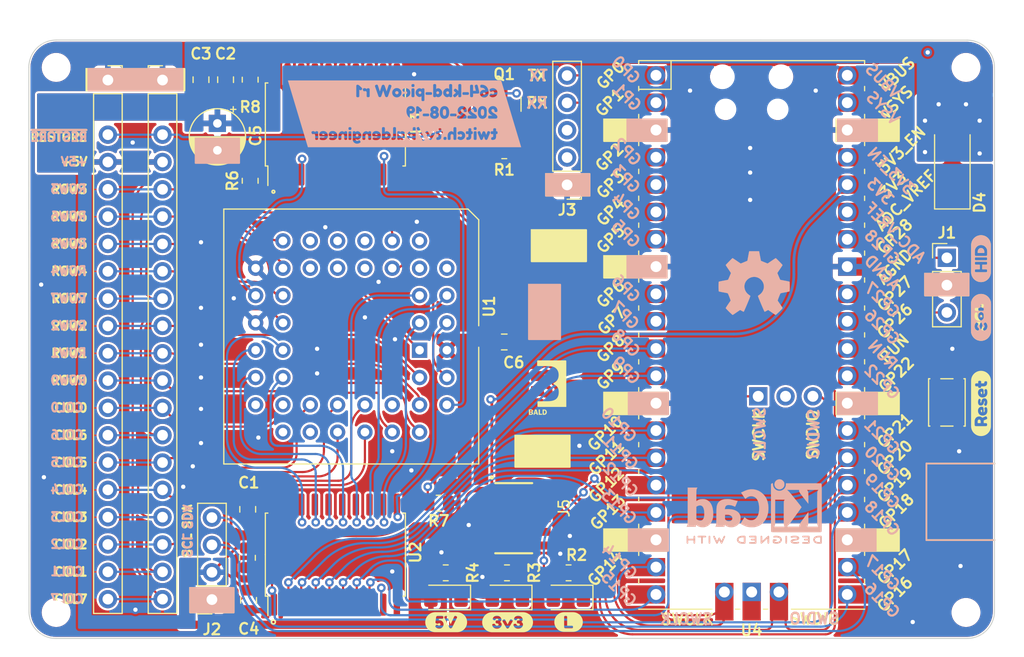
<source format=kicad_pcb>
(kicad_pcb (version 20211014) (generator pcbnew)
  (layers (0 "F.Cu" signal) (31 "B.Cu" signal) (34 "B.Paste" user) (35 "F.Paste" user) (36 "B.SilkS" user "B.Silkscreen") (37 "F.SilkS" user "F.Silkscreen") (38 "B.Mask" user) (39 "F.Mask" user) (44 "Edge.Cuts" user))
  (net 0 "")
  (net 1 "+5V")
  (net 2 "GND")
  (net 4 "/~{RESTORE}")
  (net 5 "/ROW3")
  (net 6 "/ROW6")
  (net 7 "/ROW5")
  (net 8 "/ROW4")
  (net 9 "/ROW7")
  (net 10 "/ROW2")
  (net 11 "/ROW1")
  (net 12 "/ROW0")
  (net 13 "/COL0")
  (net 14 "/COL6")
  (net 15 "/COL5")
  (net 16 "/COL4")
  (net 17 "/COL3")
  (net 18 "/COL2")
  (net 19 "/COL1")
  (net 20 "/COL7")
  (net 21 "Net-(D1-Pad1)")
  (net 22 "/LED")
  (net 23 "Net-(D2-Pad1)")
  (net 24 "+3V3")
  (net 25 "Net-(D3-Pad1)")
  (net 26 "/HID")
  (net 27 "/Serial")
  (net 28 "/OLED_SCL")
  (net 29 "/OLED_SDA")
  (net 30 "/TX_2040")
  (net 31 "/RX_2040")
  (net 35 "/RUN")
  (net 36 "/SWDIO")
  (net 37 "/SWCLK")
  (net 38 "Net-(Q1-Pad2)")
  (net 39 "/~{rpRESTORE}")
  (net 40 "/AY2")
  (net 41 "/RESET")
  (net 42 "/AX3")
  (net 43 "/AX0")
  (net 47 "/STROBE")
  (net 48 "/AX1")
  (net 49 "/AX2")
  (net 50 "/AY0")
  (net 51 "/AY1")
  (net 55 "/CS")
  (net 56 "/DATA")
  (net 57 "/rpAX0")
  (net 58 "/rpAX1")
  (net 59 "/rpAX2")
  (net 60 "/rpAX3")
  (net 61 "/rpAY0")
  (net 62 "/rpAY1")
  (net 63 "/rpAY2")
  (net 64 "/rpRESET")
  (net 65 "/rpSTROBE")
  (net 66 "/rpCS")
  (net 67 "/rpDATA")
  (net 76 "/U2_DIR")
  (net 77 "Net-(D4-Pad1)")
  (net 90 "/U3_DIR")
  (net 91 "/U2_CE")
  (net 92 "/U3_CE")
  (footprint "My Libraries:BE5v2" (layer "F.Cu") (at 129.286 85.09)
    (fp_text reference "svg2mod" hide)
    (fp_text value "G***" hide)
  )
  (footprint "Connector_PinHeader_2.54mm:PinHeader_1x03_P2.54mm_Vertical" (layer "F.Cu") (at 168.15 75.49)
    (fp_text reference "J1")
    (fp_text value "Mode Select")
  )
  (footprint "Resistor_SMD:R_0805_2012Metric" (layer "F.Cu") (at 120.904 98.298 180)
    (fp_text reference "R7")
    (fp_text value "10k")
  )
  (footprint "Package_SO:SOIC-20W_7.5x12.8mm_P1.27mm" (layer "F.Cu") (at 111.3 63.09 90)
    (fp_text reference "U3")
    (fp_text value "74HCT245")
  )
  (footprint "Capacitor_SMD:C_0805_2012Metric" (layer "F.Cu") (at 103.23 107.33 -90)
    (fp_text reference "C4")
    (fp_text value "10u")
  )
  (footprint "My Libraries:RPi_Pico_W_Combined_SMD_TH" (layer "F.Cu") (at 150 82.655)
    (fp_text reference "U4")
    (fp_text value "Pico")
  )
  (footprint "Resistor_SMD:R_0805_2012Metric" (layer "F.Cu") (at 103.378 68.326 90)
    (fp_text reference "R6")
    (fp_text value "10k")
  )
  (footprint "Resistor_SMD:R_0805_2012Metric" (layer "F.Cu") (at 103.378 58.928 90)
    (fp_text reference "R8")
    (fp_text value "10k")
  )
  (footprint "kibuzzard-62FFC121" (layer "F.Cu") (at 132.98 109.347)
    (fp_text reference "kibuzzard-62FFC121" hide)
    (fp_text value "G***" hide)
  )
  (footprint "FTSH-105-01-L-DV-K:SAMTEC_FTSH-105-XX-X-DV" (layer "F.Cu") (at 127.88 99.695 -90)
    (fp_text reference "J5")
    (fp_text value "SWD")
  )
  (footprint "Connector_PinHeader_2.54mm:PinHeader_1x20_P2.54mm_Vertical" (layer "F.Cu") (at 95.23 58.96)
    (fp_text reference "CN2" hide)
    (fp_text value "Logic Analyzer")
  )
  (footprint "Capacitor_SMD:C_0805_2012Metric" (layer "F.Cu") (at 98.806 58.928 90)
    (fp_text reference "C3")
    (fp_text value "10u")
  )
  (footprint "Capacitor_SMD:C_0805_2012Metric" (layer "F.Cu") (at 127 83.312)
    (fp_text reference "C6")
    (fp_text value "10u")
  )
  (footprint "Diode_SMD:D_SMA_Handsoldering" (layer "F.Cu") (at 168.656 66.548 90)
    (fp_text reference "D4")
    (fp_text value "SM4001")
  )
  (footprint "Package_SO:SOIC-20W_7.5x12.8mm_P1.27mm" (layer "F.Cu") (at 111.3 103.08 90)
    (fp_text reference "U2")
    (fp_text value "74HCT245")
  )
  (footprint "Connector_PinHeader_2.54mm:PinHeader_1x05_P2.54mm_Vertical" (layer "F.Cu") (at 132.842 68.705 180)
    (fp_text reference "J3")
    (fp_text value "Serial")
  )
  (footprint "kibuzzard-62FFC8D3" (layer "F.Cu") (at 171.323 81.026 90)
    (fp_text reference "kibuzzard-62FFC8D3" hide)
    (fp_text value "G***" hide)
  )
  (footprint "MountingHole:MountingHole_2.2mm_M2" (layer "F.Cu") (at 169.926 108.458)
    (fp_text reference "H1" hide)
    (fp_text value "MountingHole")
  )
  (footprint "Capacitor_SMD:C_0805_2012Metric" (layer "F.Cu") (at 103.15 98.87 -90)
    (fp_text reference "C1")
    (fp_text value "10u")
  )
  (footprint "My Libraries:Harwin-S1751-46-Test-Point" (layer "F.Cu") (at 130.556 93.472)
    (fp_text reference "TP1" hide)
    (fp_text value "TestPoint_Harwin")
  )
  (footprint "Connector_PinSocket_2.54mm:PinSocket_1x04_P2.54mm_Vertical" (layer "F.Cu") (at 99.822 107.26 180)
    (fp_text reference "J2")
    (fp_text value "OLED Adapter")
  )
  (footprint "MountingHole:MountingHole_2.2mm_M2" (layer "F.Cu") (at 85.344 57.785)
    (fp_text reference "H2" hide)
    (fp_text value "MountingHole")
  )
  (footprint "Resistor_SMD:R_0805_2012Metric" (layer "F.Cu") (at 121.56 104.775 180)
    (fp_text reference "R4")
    (fp_text value "1k")
  )
  (footprint "Capacitor_THT:CP_Radial_D5.0mm_P2.50mm" (layer "F.Cu") (at 100.33 62.992 -90)
    (fp_text reference "C5")
    (fp_text value "100u")
  )
  (footprint "MountingHole:MountingHole_2.2mm_M2" (layer "F.Cu") (at 85.344 108.458)
    (fp_text reference "H4" hide)
    (fp_text value "MountingHole")
  )
  (footprint "LED_SMD:LED_1206_3216Metric" (layer "F.Cu") (at 127.29 107.061 180)
    (fp_text reference "D2" hide)
    (fp_text value "+3V3")
  )
  (footprint "Resistor_SMD:R_0805_2012Metric" (layer "F.Cu") (at 103.124 103.378 -90)
    (fp_text reference "R5" hide)
    (fp_text value "10k")
  )
  (footprint "Resistor_SMD:R_0805_2012Metric" (layer "F.Cu") (at 127 65.532 180)
    (fp_text reference "R1")
    (fp_text value "4k7")
  )
  (footprint "Button_Switch_SMD:SW_SPST_PTS810" (layer "F.Cu") (at 168.15 88.93 90)
    (fp_text reference "SW1" hide)
    (fp_text value "Reset Pico")
  )
  (footprint "Resistor_SMD:R_0805_2012Metric" (layer "F.Cu") (at 127.254 104.775 180)
    (fp_text reference "R3")
    (fp_text value "1k")
  )
  (footprint "My Libraries:Harwin-S1751-46-Test-Point" (layer "F.Cu") (at 132.08 74.422)
    (fp_text reference "TP3" hide)
    (fp_text value "TestPoint_Harwin")
  )
  (footprint "Connector_PinSocket_2.54mm:PinSocket_1x20_P2.54mm_Vertical" (layer "F.Cu") (at 90.15 58.96)
    (fp_text reference "CN1" hide)
    (fp_text value "Board Header")
  )
  (footprint "LED_SMD:LED_1206_3216Metric" (layer "F.Cu") (at 121.58 107.061 180)
    (fp_text reference "D3" hide)
    (fp_text value "+5V")
  )
  (footprint "LED_SMD:LED_1206_3216Metric" (layer "F.Cu") (at 132.96 107.061 180)
    (fp_text reference "D1" hide)
    (fp_text value "L")
  )
  (footprint "Capacitor_SMD:C_0805_2012Metric" (layer "F.Cu") (at 101.092 58.928 90)
    (fp_text reference "C2")
    (fp_text value "10u")
  )
  (footprint "kibuzzard-62FFC8F9" (layer "F.Cu") (at 171.323 75.565 90)
    (fp_text reference "kibuzzard-62FFC8F9" hide)
    (fp_text value "G***" hide)
  )
  (footprint "kibuzzard-62FFC8C1" (layer "F.Cu") (at 171.323 89.027 90)
    (fp_text reference "kibuzzard-62FFC8C1" hide)
    (fp_text value "G***" hide)
  )
  (footprint "Resistor_SMD:R_0805_2012Metric" (layer "F.Cu") (at 132.98 104.775 180)
    (fp_text reference "R2")
    (fp_text value "1k")
  )
  (footprint "MountingHole:MountingHole_2.2mm_M2" (layer "F.Cu") (at 169.926 57.785)
    (fp_text reference "H3" hide)
    (fp_text value "MountingHole")
  )
  (footprint "kibuzzard-62FFC0CE" (layer "F.Cu") (at 127.31 109.36605)
    (fp_text reference "kibuzzard-62FFC0CE" hide)
    (fp_text value "G***" hide)
  )
  (footprint "Package_TO_SOT_SMD:SOT-23" (layer "F.Cu") (at 127 61.214 90)
    (fp_text reference "Q1")
    (fp_text value "2N3904")
  )
  (footprint "kibuzzard-62FFC0C4" (layer "F.Cu") (at 121.6 109.362875)
    (fp_text reference "kibuzzard-62FFC0C4" hide)
    (fp_text value "G***" hide)
  )
  (footprint "Package_LCC:PLCC-44_THT-Socket" (layer "F.Cu") (at 119.126 84.074 -90)
    (fp_text reference "U1")
    (fp_text value "MT8816")
  )
  (footprint "Symbol:OSHW-Symbol_6.7x6mm_SilkScreen" (layer "B.Cu") (at 150.241 77.851 180)
    (fp_text reference "REF**" hide)
    (fp_text value "OSHW-Symbol_6.7x6mm_SilkScreen" hide)
  )
  (footprint "kibuzzard-62FFC8F9" (layer "B.Cu") (at 171.323 75.565 90)
    (fp_text reference "kibuzzard-62FFC8F9" hide)
    (fp_text value "G***" hide)
  )
  (footprint "kibuzzard-62FFC8D3" (layer "B.Cu") (at 171.323 81.026 90)
    (fp_text reference "kibuzzard-62FFC8D3" hide)
    (fp_text value "G***" hide)
  )
  (footprint "My Libraries:Harwin-S1751-46-Test-Point" (layer "B.Cu") (at 130.81 80.518 90)
    (fp_text reference "TP2" hide)
    (fp_text value "TestPoint_Harwin")
  )
  (footprint "kibuzzard-62FFC032" (layer "B.Cu") (at 117.729 62.103 180)
    (fp_text reference "kibuzzard-62FFC032" hide)
    (fp_text value "G***" hide)
  )
  (footprint "Symbol:KiCad-Logo2_5mm_SilkScreen" (layer "B.Cu") (at 150.241 99.06 180)
    (fp_text reference "REF**" hide)
    (fp_text value "KiCad-Logo2_5mm_SilkScreen" hide)
  )
  (gr_rect (start 138.557 88.011) (end 142.24 90.043) (layer "B.SilkS") (width 0.15) (fill solid))
  (gr_rect (start 166.116 76.962) (end 170.18 78.994) (layer "B.SilkS") (width 0.15) (fill solid))
  (gr_line (start 166.243 94.615) (end 166.243 101.727) (layer "B.SilkS") (width 0.15))
  (gr_rect (start 138.43 75.311) (end 142.113 77.343) (layer "B.SilkS") (width 0.15) (fill solid))
  (gr_rect (start 129.286 83.058) (end 132.207 77.978) (layer "B.SilkS") (width 0.15) (fill solid))
  (gr_rect (start 138.43 62.611) (end 142.113 64.643) (layer "B.SilkS") (width 0.15) (fill solid))
  (gr_rect (start 157.988 62.611) (end 161.671 64.643) (layer "B.SilkS") (width 0.15) (fill solid))
  (gr_line (start 166.243 101.727) (end 172.593 101.727) (layer "B.SilkS") (width 0.15))
  (gr_rect (start 130.8735 67.691) (end 134.9375 69.723) (layer "B.SilkS") (width 0.15) (fill solid))
  (gr_rect (start 88.3285 57.912) (end 97.0915 59.944) (layer "B.SilkS") (width 0.15) (fill solid))
  (gr_rect (start 157.988 88.011) (end 161.671 90.043) (layer "B.SilkS") (width 0.15) (fill solid))
  (gr_rect (start 97.79 106.172) (end 101.854 108.458) (layer "B.SilkS") (width 0.15) (fill solid))
  (gr_line (start 172.593 94.615) (end 166.243 94.615) (layer "B.SilkS") (width 0.15))
  (gr_rect (start 157.861 100.711) (end 161.544 102.743) (layer "B.SilkS") (width 0.15) (fill solid))
  (gr_rect (start 98.298 64.389) (end 102.362 66.675) (layer "B.SilkS") (width 0.15) (fill solid))
  (gr_rect (start 138.557 100.711) (end 142.24 102.743) (layer "B.SilkS") (width 0.15) (fill solid))
  (gr_line (start 166.243 101.727) (end 172.593 101.727) (layer "F.SilkS") (width 0.15))
  (gr_rect (start 97.79 108.458) (end 101.854 106.172) (layer "F.SilkS") (width 0.15) (fill solid))
  (gr_rect (start 157.861 64.643) (end 163.703 62.611) (layer "F.SilkS") (width 0.15) (fill solid))
  (gr_rect (start 130.8735 69.723) (end 134.9375 67.691) (layer "F.SilkS") (width 0.15) (fill solid))
  (gr_circle (center 105.537 69.342) (end 105.537 69.469) (layer "F.SilkS") (width 0.15) (fill none))
  (gr_rect (start 136.271 102.743) (end 142.113 100.711) (layer "F.SilkS") (width 0.15) (fill solid))
  (gr_rect (start 136.271 77.343) (end 142.113 75.311) (layer "F.SilkS") (width 0.15) (fill solid))
  (gr_rect (start 136.271 64.643) (end 142.113 62.611) (layer "F.SilkS") (width 0.15) (fill solid))
  (gr_rect (start 157.861 102.743) (end 163.703 100.711) (layer "F.SilkS") (width 0.15) (fill solid))
  (gr_rect (start 166.116 78.994) (end 170.18 76.962) (layer "F.SilkS") (width 0.15) (fill solid))
  (gr_rect (start 136.271 90.043) (end 142.113 88.011) (layer "F.SilkS") (width 0.15) (fill solid))
  (gr_rect (start 129.54 75.819) (end 134.62 72.898) (layer "F.SilkS") (width 0.15) (fill solid))
  (gr_line (start 166.243 94.615) (end 166.243 101.727) (layer "F.SilkS") (width 0.15))
  (gr_rect (start 157.861 90.043) (end 163.703 88.011) (layer "F.SilkS") (width 0.15) (fill solid))
  (gr_circle (center 105.537 109.347) (end 105.41 109.474) (layer "F.SilkS") (width 0.15) (fill none))
  (gr_line (start 172.593 94.615) (end 166.243 94.615) (layer "F.SilkS") (width 0.15))
  (gr_rect (start 128.016 94.9325) (end 133.096 92.0115) (layer "F.SilkS") (width 0.15) (fill solid))
  (gr_rect (start 88.138 59.944) (end 97.282 57.912) (layer "F.SilkS") (width 0.15) (fill solid))
  (gr_arc (start 85.362051 110.871) (mid 83.588564 110.181526) (end 82.822051 108.439949) (layer "Edge.Cuts") (width 0.1))
  (gr_line (start 172.574949 57.803051) (end 172.574949 108.331) (layer "Edge.Cuts") (width 0.1))
  (gr_line (start 170.034949 110.871) (end 85.362051 110.871) (layer "Edge.Cuts") (width 0.1))
  (gr_arc (start 170.034949 55.254) (mid 171.832875 56.002474) (end 172.574949 57.803051) (layer "Edge.Cuts") (width 0.1))
  (gr_arc (start 172.574949 108.331) (mid 171.831 110.127051) (end 170.034949 110.871) (layer "Edge.Cuts") (width 0.1))
  (gr_line (start 82.822051 108.439949) (end 82.804 57.785) (layer "Edge.Cuts") (width 0.1))
  (gr_line (start 85.344 55.245) (end 170.034949 55.254) (layer "Edge.Cuts") (width 0.1))
  (gr_arc (start 82.804 57.785) (mid 83.547949 55.988949) (end 85.344 55.245) (layer "Edge.Cuts") (width 0.1))
  (gr_text "COL2" (at 86.353667 102.108) (layer "B.SilkS") (effects (font (size 0.8 0.8) (thickness 0.2)) (justify mirror)))
  (gr_text "ROW5" (at 86.487 74.168) (layer "B.SilkS") (effects (font (size 0.8 0.8) (thickness 0.2)) (justify mirror)))
  (gr_text "SDA" (at 97.536 99.568 -90) (layer "B.SilkS") (effects (font (size 0.8 0.8) (thickness 0.2)) (justify mirror)))
  (gr_text "ROW0" (at 86.487 86.868) (layer "B.SilkS") (effects (font (size 0.8 0.8) (thickness 0.2)) (justify mirror)))
  (gr_text "ROW4" (at 86.487 76.708) (layer "B.SilkS") (effects (font (size 0.8 0.8) (thickness 0.2)) (justify mirror)))
  (gr_text "TX" (at 130.175 58.547) (layer "B.SilkS") (effects (font (size 1 1) (thickness 0.2)) (justify mirror)))
  (gr_text "COL5" (at 86.353667 94.488) (layer "B.SilkS") (effects (font (size 0.8 0.8) (thickness 0.2)) (justify mirror)))
  (gr_text "~{RESTORE}" (at 85.598 64.262) (layer "B.SilkS") (effects (font (size 0.8 0.8) (thickness 0.2)) (justify mirror)))
  (gr_text "COL4" (at 86.353667 97.028) (layer "B.SilkS") (effects (font (size 0.8 0.8) (thickness 0.2)) (justify mirror)))
  (gr_text "COL0" (at 86.353667 89.408) (layer "B.SilkS") (effects (font (size 0.8 0.8) (thickness 0.2)) (justify mirror)))
  (gr_text "ROW2" (at 86.487 81.788) (layer "B.SilkS") (effects (font (size 0.8 0.8) (thickness 0.2)) (justify mirror)))
  (gr_text "COL6" (at 86.353667 91.948) (layer "B.SilkS") (effects (font (size 0.8 0.8) (thickness 0.2)) (justify mirror)))
  (gr_text "RX" (at 130.048 61.087) (layer "B.SilkS") (effects (font (size 1 1) (thickness 0.2)) (justify mirror)))
  (gr_text "COL7" (at 86.353667 107.188) (layer "B.SilkS") (effects (font (size 0.8 0.8) (thickness 0.2)) (justify mirror)))
  (gr_text "SCL" (at 97.523634 102.224557 -90) (layer "B.SilkS") (effects (font (size 0.8 0.8) (thickness 0.2)) (justify mirror)))
  (gr_text "ROW6" (at 86.487 71.628) (layer "B.SilkS") (effects (font (size 0.8 0.8) (thickness 0.2)) (justify mirror)))
  (gr_text "COL3" (at 86.353667 99.568) (layer "B.SilkS") (effects (font (size 0.8 0.8) (thickness 0.2)) (justify mirror)))
  (gr_text "ROW1" (at 86.487 84.328) (layer "B.SilkS") (effects (font (size 0.8 0.8) (thickness 0.2)) (justify mirror)))
  (gr_text "ROW3" (at 86.487 69.088) (layer "B.SilkS") (effects (font (size 0.8 0.8) (thickness 0.2)) (justify mirror)))
  (gr_text "+5V" (at 87.007524 66.548) (layer "B.SilkS") (effects (font (size 0.8 0.8) (thickness 0.2)) (justify mirror)))
  (gr_text "COL1" (at 86.353667 104.648) (layer "B.SilkS") (effects (font (size 0.8 0.8) (thickness 0.2)) (justify mirror)))
  (gr_text "ROW7" (at 86.487 79.248) (layer "B.SilkS") (effects (font (size 0.8 0.8) (thickness 0.2)) (justify mirror)))
  (gr_text "ROW1" (at 86.569429 84.36) (layer "F.SilkS") (effects (font (size 0.8 0.8) (thickness 0.2))))
  (gr_text "COL6" (at 86.702762 91.98) (layer "F.SilkS") (effects (font (size 0.8 0.8) (thickness 0.2))))
  (gr_text "ROW7" (at 86.569429 79.28) (layer "F.SilkS") (effects (font (size 0.8 0.8) (thickness 0.2))))
  (gr_text "COL0" (at 86.702762 89.44) (layer "F.SilkS") (effects (font (size 0.8 0.8) (thickness 0.2))))
  (gr_text "ROW3" (at 86.569429 69.12) (layer "F.SilkS") (effects (font (size 0.8 0.8) (thickness 0.2))))
  (gr_text "COL5" (at 86.702762 94.52) (layer "F.SilkS") (effects (font (size 0.8 0.8) (thickness 0.2))))
  (gr_text "COL7" (at 86.702762 107.22) (layer "F.SilkS") (effects (font (size 0.8 0.8) (thickness 0.2))))
  (gr_text "COL2" (at 86.702762 102.14) (layer "F.SilkS") (effects (font (size 0.8 0.8) (thickness 0.2))))
  (gr_text "RX" (at 130.048 61.087) (layer "F.SilkS") (effects (font (size 1 1) (thickness 0.2))))
  (gr_text "~{RESTORE}" (at 85.598 64.262) (layer "F.SilkS") (effects (font (size 0.8 0.8) (thickness 0.2))))
  (gr_text "COL3" (at 86.702762 99.6) (layer "F.SilkS") (effects (font (size 0.8 0.8) (thickness 0.2))))
  (gr_text "COL1" (at 86.702762 104.68) (layer "F.SilkS") (effects (font (size 0.8 0.8) (thickness 0.2))))
  (gr_text "SCL" (at 97.536 102.235 90) (layer "F.SilkS") (effects (font (size 0.8 0.8) (thickness 0.2))))
  (gr_text "COL4" (at 86.702762 97.06) (layer "F.SilkS") (effects (font (size 0.8 0.8) (thickness 0.2))))
  (gr_text "ROW5" (at 86.569429 74.2) (layer "F.SilkS") (effects (font (size 0.8 0.8) (thickness 0.2))))
  (gr_text "TX" (at 130.048 58.547) (layer "F.SilkS") (effects (font (size 1 1) (thickness 0.2))))
  (gr_text "SDA" (at 97.536 99.568 90) (layer "F.SilkS") (effects (font (size 0.8 0.8) (thickness 0.2))))
  (gr_text "+5V" (at 87.007524 66.548) (layer "F.SilkS") (effects (font (size 0.8 0.8) (thickness 0.2))))
  (gr_text "ROW4" (at 86.569429 76.74) (layer "F.SilkS") (effects (font (size 0.8 0.8) (thickness 0.2))))
  (gr_text "ROW0" (at 86.569429 86.9) (layer "F.SilkS") (effects (font (size 0.8 0.8) (thickness 0.2))))
  (gr_text "ROW6" (at 86.569429 71.66) (layer "F.SilkS") (effects (font (size 0.8 0.8) (thickness 0.2))))
  (gr_text "ROW2" (at 86.569429 81.82) (layer "F.SilkS") (effects (font (size 0.8 0.8) (thickness 0.2))))
  (segment (start 101.638468 105.194468) (end 102.824 106.38) (width 0.254) (layer "F.Cu") (net 1))
  (segment (start 105.33 98.175) (end 105.585 98.43) (width 0.254) (layer "F.Cu") (net 1))
  (segment (start 102.012153 102.529846) (end 99.822 104.72) (width 0.254) (layer "F.Cu") (net 1))
  (segment (start 101.6 98.998891) (end 101.6 101.34137) (width 0.254) (layer "F.Cu") (net 1))
  (segment (start 102.194153 102.401153) (end 101.92925 102.13625) (width 0.254) (layer "F.Cu") (net 1))
  (segment (start 102.3495 102.4655) (end 102.1675 102.4655) (width 0.254) (layer "F.Cu") (net 1))
  (segment (start 103.15 97.92) (end 104.714375 97.92) (width 0.254) (layer "F.Cu") (net 1))
  (segment (start 102.3495 102.4655) (end 103.124 102.4655) (width 0.254) (layer "F.Cu") (net 1))
  (via (at 171.196 62.738) (size 0.8) (drill 0.4) (layers "F.Cu" "B.Cu") (net 1))
  (via (at 167.386 61.214) (size 0.8) (drill 0.4) (layers "F.Cu" "B.Cu") (net 1))
  (via (at 166.116 62.738) (size 0.8) (drill 0.4) (layers "F.Cu" "B.Cu") (net 1))
  (via (at 169.926 61.214) (size 0.8) (drill 0.4) (layers "F.Cu" "B.Cu") (net 1))
  (via (at 166.116 65.659) (size 0.8) (drill 0.4) (layers "F.Cu" "B.Cu") (net 1))
  (via (at 171.196 65.786) (size 0.8) (drill 0.4) (layers "F.Cu" "B.Cu") (net 1))
  (arc (start 105.33 98.175) (mid 105.047548 97.986272) (end 104.714375 97.92) (width 0.254) (layer "F.Cu") (net 1))
  (arc (start 102.1675 102.4655) (mid 102.202324 102.442231) (end 102.194153 102.401153) (width 0.254) (layer "F.Cu") (net 1))
  (arc (start 102.194153 102.401153) (mid 102.265426 102.448776) (end 102.3495 102.4655) (width 0.254) (layer "F.Cu") (net 1))
  (arc (start 102.1675 102.4655) (mid 102.083426 102.482222) (end 102.012153 102.529846) (width 0.254) (layer "F.Cu") (net 1))
  (arc (start 102.678891 97.92) (mid 102.266017 98.002125) (end 101.916 98.236) (width 0.254) (layer "F.Cu") (net 1))
  (arc (start 101.638468 105.194468) (mid 101.112922 104.84331) (end 100.493 104.72) (width 0.254) (layer "F.Cu") (net 1))
  (arc (start 101.6 101.34137) (mid 101.685569 101.771555) (end 101.92925 102.13625) (width 0.254) (layer "F.Cu") (net 1))
  (arc (start 101.916 98.236) (mid 101.682125 98.586017) (end 101.6 98.998891) (width 0.254) (layer "F.Cu") (net 1))
  (via (at 149.86 67.564) (size 0.8) (drill 0.4) (layers "F.Cu" "B.Cu") (net 2))
  (via (at 98.044 94.869) (size 0.8) (drill 0.4) (layers "F.Cu" "B.Cu") (net 2))
  (via (at 169.418 104.14) (size 0.8) (drill 0.4) (layers "F.Cu" "B.Cu") (net 2))
  (via (at 115.316 77.724) (size 0.8) (drill 0.4) (layers "F.Cu" "B.Cu") (net 2))
  (via (at 92.456 64.77) (size 0.8) (drill 0.4) (layers "F.Cu" "B.Cu") (net 2))
  (via (at 109.601 83.947) (size 0.8) (drill 0.4) (layers "F.Cu" "B.Cu") (net 2))
  (via (at 116.586 104.648) (size 0.8) (drill 0.4) (layers "F.Cu" "B.Cu") (net 2))
  (via (at 109.601 86.233) (size 0.8) (drill 0.4) (layers "F.Cu" "B.Cu") (net 2))
  (via (at 98.806 89.535) (size 0.8) (drill 0.4) (layers "F.Cu" "B.Cu") (net 2))
  (via (at 114.046 81.026) (size 0.8) (drill 0.4) (layers "F.Cu" "B.Cu") (net 2))
  (via (at 84.201 95.885) (size 0.8) (drill 0.4) (layers "F.Cu" "B.Cu") (net 2))
  (via (at 116.84 83.058) (size 0.8) (drill 0.4) (layers "F.Cu" "B.Cu") (net 2))
  (via (at 132.207 102.997) (size 0.8) (drill 0.4) (layers "F.Cu" "B.Cu") (net 2))
  (via (at 98.806 80.137) (size 0.8) (drill 0.4) (layers "F.Cu" "B.Cu") (net 2))
  (via (at 164.973 109.347) (size 0.8) (drill 0.4) (layers "F.Cu" "B.Cu") (net 2))
  (via (at 124.968 105.156) (size 0.8) (drill 0.4) (layers "F.Cu" "B.Cu") (net 2))
  (via (at 98.806 83.566) (size 0.8) (drill 0.4) (layers "F.Cu" "B.Cu") (net 2))
  (via (at 144.272 59.944) (size 0.8) (drill 0.4) (layers "F.Cu" "B.Cu") (net 2))
  (via (at 104.14 92.202) (size 0.8) (drill 0.4) (layers "F.Cu" "B.Cu") (net 2))
  (via (at 169.291 93.472) (size 0.8) (drill 0.4) (layers "F.Cu" "B.Cu") (net 2))
  (via (at 123.698 100.33) (size 0.8) (drill 0.4) (layers "F.Cu" "B.Cu") (net 2))
  (via (at 101.854 79.248) (size 0.8) (drill 0.4) (layers "F.Cu" "B.Cu") (net 2))
  (via (at 149.86 65.278) (size 0.8) (drill 0.4) (layers "F.Cu" "B.Cu") (net 2))
  (via (at 118.618 58.42) (size 0.8) (drill 0.4) (layers "F.Cu" "B.Cu") (net 2))
  (via (at 98.806 74.041) (size 0.8) (drill 0.4) (layers "F.Cu" "B.Cu") (net 2))
  (via (at 98.806 92.71) (size 0.8) (drill 0.4) (layers "F.Cu" "B.Cu") (net 2))
  (via (at 98.806 86.614) (size 0.8) (drill 0.4) (layers "F.Cu" "B.Cu") (net 2))
  (via (at 168.656 83.947) (size 0.8) (drill 0.4) (layers "F.Cu" "B.Cu") (net 2))
  (via (at 133.985 92.964) (size 0.8) (drill 0.4) (layers "F.Cu" "B.Cu") (net 2))
  (via (at 133.096 101.346) (size 0.8) (drill 0.4) (layers "F.Cu" "B.Cu") (net 2))
  (via (at 83.947 77.978) (size 0.8) (drill 0.4) (layers "F.Cu" "B.Cu") (net 2))
  (via (at 118.364 95.25) (size 0.8) (drill 0.4) (layers "F.Cu" "B.Cu") (net 2))
  (via (at 116.586 93.472) (size 0.8) (drill 0.4) (layers "F.Cu" "B.Cu") (net 2))
  (via (at 149.86 70.104) (size 0.8) (drill 0.4) (layers "F.Cu" "B.Cu") (net 2))
  (via (at 118.872 72.136) (size 0.8) (drill 0.4) (layers "F.Cu" "B.Cu") (net 2))
  (via (at 121.158 102.87) (size 0.8) (drill 0.4) (layers "F.Cu" "B.Cu") (net 2))
  (via (at 92.71 108.204) (size 0.8) (drill 0.4) (layers "F.Cu" "B.Cu") (net 2))
  (via (at 110.363 72.644) (size 0.8) (drill 0.4) (layers "F.Cu" "B.Cu") (net 2))
  (via (at 97.155 96.774) (size 0.8) (drill 0.4) (layers "F.Cu" "B.Cu") (net 2))
  (via (at 155.956 59.944) (size 0.8) (drill 0.4) (layers "F.Cu" "B.Cu") (net 2))
  (via (at 166.37 56.388) (size 0.8) (drill 0.4) (layers "F.Cu" "B.Cu") (net 2))
  (segment (start 128.143 60.198) (end 127.0785 60.198) (width 0.2032) (layer "F.Cu") (net 4))
  (via (at 128.143 60.198) (size 0.8) (drill 0.4) (layers "F.Cu" "B.Cu") (net 4))
  (segment (start 123.845467 61.320531) (end 122.497792 62.668207) (width 0.2032) (layer "B.Cu") (net 4))
  (segment (start 97.184977 64.262) (end 118.650036 64.262) (width 0.2032) (layer "B.Cu") (net 4))
  (segment (start 126.5555 60.198) (end 128.143 60.198) (width 0.2032) (layer "B.Cu") (net 4))
  (segment (start 96.649022 64.04) (end 95.23 64.04) (width 0.2032) (layer "B.Cu") (net 4))
  (segment (start 95.23 64.04) (end 90.15 64.04) (width 0.2032) (layer "B.Cu") (net 4))
  (arc (start 96.917 64.151) (mid 97.039949 64.233152) (end 97.184977 64.262) (width 0.2032) (layer "B.Cu") (net 4))
  (arc (start 96.917 64.151) (mid 96.79405 64.068847) (end 96.649022 64.04) (width 0.2032) (layer "B.Cu") (net 4))
  (arc (start 122.497792 62.668207) (mid 120.732426 63.847786) (end 118.650036 64.262) (width 0.2032) (layer "B.Cu") (net 4))
  (arc (start 126.5555 60.198) (mid 125.08884 60.489736) (end 123.845467 61.320531) (width 0.2032) (layer "B.Cu") (net 4))
  (segment (start 98.42529 69.12) (end 95.23 69.12) (width 0.2032) (layer "F.Cu") (net 5))
  (segment (start 117.856 74.318459) (end 117.856 73.688608) (width 0.2032) (layer "F.Cu") (net 5))
  (segment (start 113.64321 75.184) (end 116.990459 75.184) (width 0.2032) (layer "F.Cu") (net 5))
  (segment (start 112.776 76.05121) (end 112.776 76.708) (width 0.2032) (layer "F.Cu") (net 5))
  (segment (start 113.49442 78.44242) (end 119.126 84.074) (width 0.2032) (layer "F.Cu") (net 5))
  (segment (start 115.947302 71.77991) (end 104.846882 71.77991) (width 0.2032) (layer "F.Cu") (net 5))
  (arc (start 113.64321 75.184) (mid 113.311343 75.250012) (end 113.03 75.438) (width 0.2032) (layer "F.Cu") (net 5))
  (arc (start 101.636086 70.449955) (mid 103.109212 71.434265) (end 104.846882 71.77991) (width 0.2032) (layer "F.Cu") (net 5))
  (arc (start 117.856 74.318459) (mid 117.790114 74.649687) (end 117.602489 74.930489) (width 0.2032) (layer "F.Cu") (net 5))
  (arc (start 115.947302 71.77991) (mid 116.677729 71.925201) (end 117.296955 72.338955) (width 0.2032) (layer "F.Cu") (net 5))
  (arc (start 117.602489 74.930489) (mid 117.321687 75.118114) (end 116.990459 75.184) (width 0.2032) (layer "F.Cu") (net 5))
  (arc (start 101.636086 70.449955) (mid 100.16296 69.465644) (end 98.42529 69.12) (width 0.2032) (layer "F.Cu") (net 5))
  (arc (start 113.03 75.438) (mid 112.842012 75.719343) (end 112.776 76.05121) (width 0.2032) (layer "F.Cu") (net 5))
  (arc (start 117.296955 72.338955) (mid 117.710708 72.958181) (end 117.856 73.688608) (width 0.2032) (layer "F.Cu") (net 5))
  (arc (start 112.776 76.708) (mid 112.962711 77.646661) (end 113.49442 78.44242) (width 0.2032) (layer "F.Cu") (net 5))
  (segment (start 90.15 69.12) (end 95.23 69.12) (width 0.2032) (layer "B.Cu") (net 5))
  (segment (start 105.918 75.565) (end 106.156592 75.803592) (width 0.2032) (layer "F.Cu") (net 6))
  (segment (start 95.23 71.66) (end 98.044 71.628) (width 0.2032) (layer "F.Cu") (net 6))
  (segment (start 104.76488 74.411879) (end 105.918 75.565) (width 0.2032) (layer "F.Cu") (net 6))
  (arc (start 98.044 71.628) (mid 101.681314 72.351507) (end 104.76488 74.411879) (width 0.2032) (layer "F.Cu") (net 6))
  (arc (start 106.156592 75.803592) (mid 106.355983 76.102002) (end 106.426 76.454) (width 0.2032) (layer "F.Cu") (net 6))
  (segment (start 90.15 71.66) (end 95.23 71.66) (width 0.2032) (layer "B.Cu") (net 6))
  (segment (start 105.283 78.359) (end 105.918 78.994) (width 0.2032) (layer "F.Cu") (net 7))
  (segment (start 96.526 74.2) (end 95.23 74.2) (width 0.2032) (layer "F.Cu") (net 7))
  (segment (start 102.997 77.724) (end 103.749974 77.724) (width 0.2032) (layer "F.Cu") (net 7))
  (segment (start 100.178566 76.556566) (end 98.73841 75.11641) (width 0.2032) (layer "F.Cu") (net 7))
  (arc (start 105.283 78.359) (mid 104.579641 77.889031) (end 103.749974 77.724) (width 0.2032) (layer "F.Cu") (net 7))
  (arc (start 98.73841 75.11641) (mid 97.723347 74.438167) (end 96.526 74.2) (width 0.2032) (layer "F.Cu") (net 7))
  (arc (start 100.178566 76.556566) (mid 101.471674 77.420593) (end 102.997 77.724) (width 0.2032) (layer "F.Cu") (net 7))
  (segment (start 90.15 74.2) (end 95.23 74.2) (width 0.2032) (layer "B.Cu") (net 7))
  (segment (start 97.3632 77.2972) (end 98.736207 78.670207) (width 0.2032) (layer "F.Cu") (net 8))
  (segment (start 105.791 80.899) (end 106.426 81.534) (width 0.2032) (layer "F.Cu") (net 8))
  (segment (start 104.257974 80.264) (end 102.583963 80.264) (width 0.2032) (layer "F.Cu") (net 8))
  (segment (start 96.018 76.74) (end 95.23 76.74) (width 0.2032) (layer "F.Cu") (net 8))
  (arc (start 98.736207 78.670207) (mid 100.501572 79.849786) (end 102.583963 80.264) (width 0.2032) (layer "F.Cu") (net 8))
  (arc (start 105.791 80.899) (mid 105.087641 80.429031) (end 104.257974 80.264) (width 0.2032) (layer "F.Cu") (net 8))
  (arc (start 97.3632 77.2972) (mid 96.746017 76.884811) (end 96.018 76.74) (width 0.2032) (layer "F.Cu") (net 8))
  (segment (start 90.15 76.74) (end 95.23 76.74) (width 0.2032) (layer "B.Cu") (net 8))
  (segment (start 94.127089 70.371468) (end 96.506532 70.371468) (width 0.2032) (layer "F.Cu") (net 9))
  (segment (start 93.865347 79.006346) (end 93.98 79.121) (width 0.2032) (layer "F.Cu") (net 9))
  (segment (start 93.228971 77.47) (end 93.228971 71.991539) (width 0.2032) (layer "F.Cu") (net 9))
  (segment (start 103.124 72.39) (end 103.390764 72.656764) (width 0.2032) (layer "F.Cu") (net 9))
  (segment (start 94.363859 79.28) (end 95.23 79.28) (width 0.2032) (layer "F.Cu") (net 9))
  (segment (start 96.506532 70.371468) (end 98.523487 70.484405) (width 0.2032) (layer "F.Cu") (net 9))
  (arc (start 93.228971 77.47) (mid 93.39436 78.301465) (end 93.865347 79.006346) (width 0.2032) (layer "F.Cu") (net 9))
  (arc (start 98.523487 70.484405) (mid 101.013266 70.979653) (end 103.124 72.39) (width 0.2032) (layer "F.Cu") (net 9))
  (arc (start 93.228971 71.991539) (mid 93.391151 71.176206) (end 93.853 70.485) (width 0.2032) (layer "F.Cu") (net 9))
  (arc (start 93.853 70.485) (mid 93.978754 70.400973) (end 94.127089 70.371468) (width 0.2032) (layer "F.Cu") (net 9))
  (arc (start 93.98 79.121) (mid 94.156116 79.238677) (end 94.363859 79.28) (width 0.2032) (layer "F.Cu") (net 9))
  (arc (start 103.390764 72.656764) (mid 104.783342 73.587255) (end 106.426 73.914) (width 0.2032) (layer "F.Cu") (net 9))
  (segment (start 90.15 79.28) (end 95.23 79.28) (width 0.2032) (layer "B.Cu") (net 9))
  (segment (start 116.758371 84.246371) (end 119.126 86.614) (width 0.2032) (layer "F.Cu") (net 10))
  (segment (start 100.330119 81.82) (end 95.23 81.82) (width 0.2032) (layer "F.Cu") (net 10))
  (segment (start 102.340143 82.652579) (end 112.910615 82.652579) (width 0.2032) (layer "F.Cu") (net 10))
  (arc (start 101.335131 82.236289) (mid 100.874027 81.928189) (end 100.330119 81.82) (width 0.2032) (layer "F.Cu") (net 10))
  (arc (start 116.758371 84.246371) (mid 114.993005 83.066792) (end 112.910615 82.652579) (width 0.2032) (layer "F.Cu") (net 10))
  (arc (start 101.335131 82.236289) (mid 101.796234 82.544388) (end 102.340143 82.652579) (width 0.2032) (layer "F.Cu") (net 10))
  (segment (start 90.15 81.82) (end 95.23 81.82) (width 0.2032) (layer "B.Cu") (net 10))
  (segment (start 117.602 86.868) (end 118.856592 88.122592) (width 0.2032) (layer "F.Cu") (net 11))
  (segment (start 113.922738 85.344) (end 98.231793 85.344) (width 0.2032) (layer "F.Cu") (net 11))
  (segment (start 97.019397 84.827397) (end 97.044 84.852) (width 0.2032) (layer "F.Cu") (net 11))
  (arc (start 97.019397 84.827397) (mid 96.501684 84.481472) (end 95.891 84.36) (width 0.2032) (layer "F.Cu") (net 11))
  (arc (start 118.856592 88.122592) (mid 119.055983 88.421001) (end 119.126 88.773) (width 0.2032) (layer "F.Cu") (net 11))
  (arc (start 97.044 84.852) (mid 97.588964 85.216133) (end 98.231793 85.344) (width 0.2032) (layer "F.Cu") (net 11))
  (arc (start 117.602 86.868) (mid 115.91394 85.740074) (end 113.922738 85.344) (width 0.2032) (layer "F.Cu") (net 11))
  (segment (start 90.15 84.36) (end 95.23 84.36) (width 0.2032) (layer "B.Cu") (net 11))
  (segment (start 96.909793 87.884) (end 106.903184 87.884) (width 0.2032) (layer "F.Cu") (net 12))
  (segment (start 117.094 87.884) (end 117.227382 88.017382) (width 0.2032) (layer "F.Cu") (net 12))
  (segment (start 118.484617 91.052617) (end 119.126 91.694) (width 0.2032) (layer "F.Cu") (net 12))
  (segment (start 115.254369 87.122) (end 108.742815 87.122) (width 0.2032) (layer "F.Cu") (net 12))
  (arc (start 108.742815 87.122) (mid 108.245014 87.221018) (end 107.823 87.503) (width 0.2032) (layer "F.Cu") (net 12))
  (arc (start 117.856 89.535) (mid 118.019372 90.356328) (end 118.484617 91.052617) (width 0.2032) (layer "F.Cu") (net 12))
  (arc (start 107.823 87.503) (mid 107.400984 87.784981) (end 106.903184 87.884) (width 0.2032) (layer "F.Cu") (net 12))
  (arc (start 117.094 87.884) (mid 116.24997 87.320037) (end 115.254369 87.122) (width 0.2032) (layer "F.Cu") (net 12))
  (arc (start 95.722 87.392) (mid 96.266964 87.756133) (end 96.909793 87.884) (width 0.2032) (layer "F.Cu") (net 12))
  (arc (start 117.227382 88.017382) (mid 117.692627 88.713671) (end 117.856 89.535) (width 0.2032) (layer "F.Cu") (net 12))
  (segment (start 90.15 86.9) (end 95.23 86.9) (width 0.2032) (layer "B.Cu") (net 12))
  (segment (start 96.103 90.313) (end 95.23 89.44) (width 0.2032) (layer "F.Cu") (net 13))
  (segment (start 107.233755 90.080319) (end 107.375669 89.938405) (width 0.2032) (layer "F.Cu") (net 13))
  (segment (start 115.316 89.525974) (end 115.316 88.210533) (width 0.2032) (layer "F.Cu") (net 13))
  (segment (start 108.01633 88.391713) (end 108.034311 88.373733) (width 0.2032) (layer "F.Cu") (net 13))
  (segment (start 115.951 91.059) (end 116.586 91.694) (width 0.2032) (layer "F.Cu") (net 13))
  (segment (start 115.140888 88.035422) (end 108.851066 88.035422) (width 0.2032) (layer "F.Cu") (net 13))
  (segment (start 105.536999 90.804999) (end 105.574319 90.76768) (width 0.2032) (layer "F.Cu") (net 13))
  (segment (start 104.617184 91.186) (end 98.210608 91.186) (width 0.2032) (layer "F.Cu") (net 13))
  (arc (start 115.264711 88.086711) (mid 115.2079 88.048751) (end 115.140888 88.035422) (width 0.2032) (layer "F.Cu") (net 13))
  (arc (start 115.264711 88.086711) (mid 115.30267 88.143521) (end 115.316 88.210533) (width 0.2032) (layer "F.Cu") (net 13))
  (arc (start 115.316 89.525974) (mid 115.481031 90.355641) (end 115.951 91.059) (width 0.2032) (layer "F.Cu") (net 13))
  (arc (start 106.404037 90.424) (mid 105.954997 90.513319) (end 105.574319 90.76768) (width 0.2032) (layer "F.Cu") (net 13))
  (arc (start 107.233755 90.080319) (mid 106.853077 90.33468) (end 106.404037 90.424) (width 0.2032) (layer "F.Cu") (net 13))
  (arc (start 96.103 90.313) (mid 97.069978 90.959114) (end 98.210608 91.186) (width 0.2032) (layer "F.Cu") (net 13))
  (arc (start 108.851066 88.035422) (mid 108.409041 88.123346) (end 108.034311 88.373733) (width 0.2032) (layer "F.Cu") (net 13))
  (arc (start 107.696 89.165059) (mid 107.612748 89.583591) (end 107.375669 89.938405) (width 0.2032) (layer "F.Cu") (net 13))
  (arc (start 105.536999 90.804999) (mid 105.114984 91.086981) (end 104.617184 91.186) (width 0.2032) (layer "F.Cu") (net 13))
  (arc (start 108.01633 88.391713) (mid 107.779251 88.746527) (end 107.696 89.165059) (width 0.2032) (layer "F.Cu") (net 13))
  (segment (start 90.15 89.44) (end 95.23 89.44) (width 0.2032) (layer "B.Cu") (net 13))
  (segment (start 116.586 73.25721) (end 116.586 73.914) (width 0.2032) (layer "F.Cu") (net 14))
  (segment (start 110.698244 75.527679) (end 110.638962 75.586962) (width 0.2032) (layer "F.Cu") (net 14))
  (segment (start 112.394999 74.802999) (end 112.35768 74.840319) (width 0.2032) (layer "F.Cu") (net 14))
  (segment (start 110.236 76.856789) (end 110.236 76.5598) (width 0.2032) (layer "F.Cu") (net 14))
  (segment (start 115.718789 72.39) (end 114.076815 72.39) (width 0.2032) (layer "F.Cu") (net 14))
  (segment (start 93.742 91.456) (end 93.925174 91.639174) (width 0.2032) (layer "F.Cu") (net 14))
  (segment (start 93.726 77.030933) (end 93.726 74.374457) (width 0.2032) (layer "F.Cu") (net 14))
  (segment (start 94.673066 77.978) (end 95.906789 77.978) (width 0.2032) (layer "F.Cu") (net 14))
  (segment (start 94.95242 80.518) (end 95.906789 80.518) (width 0.2032) (layer "F.Cu") (net 14))
  (segment (start 95.202457 72.898) (end 99.558038 72.898) (width 0.2032) (layer "F.Cu") (net 14))
  (segment (start 109.368789 77.724) (end 106.02321 77.724) (width 0.2032) (layer "F.Cu") (net 14))
  (segment (start 93.218 82.25242) (end 93.218 90.190952) (width 0.2032) (layer "F.Cu") (net 14))
  (segment (start 96.774 78.84521) (end 96.774 79.650789) (width 0.2032) (layer "F.Cu") (net 14))
  (segment (start 112.776 73.883184) (end 112.776 73.690815) (width 0.2032) (layer "F.Cu") (net 14))
  (arc (start 93.726 81.026) (mid 93.350024 81.588686) (end 93.218 82.25242) (width 0.2032) (layer "F.Cu") (net 14))
  (arc (start 96.52 80.264) (mid 96.238656 80.451987) (end 95.906789 80.518) (width 0.2032) (layer "F.Cu") (net 14))
  (arc (start 116.332 72.644) (mid 116.519987 72.925343) (end 116.586 73.25721) (width 0.2032) (layer "F.Cu") (net 14))
  (arc (start 99.558038 72.898) (mid 102.143862 73.412352) (end 104.336001 74.877089) (width 0.2032) (layer "F.Cu") (net 14))
  (arc (start 96.52 78.232) (mid 96.707987 78.513343) (end 96.774 78.84521) (width 0.2032) (layer "F.Cu") (net 14))
  (arc (start 114.076815 72.39) (mid 113.579014 72.489018) (end 113.157 72.771) (width 0.2032) (layer "F.Cu") (net 14))
  (arc (start 105.156 76.856789) (mid 105.222012 77.188656) (end 105.41 77.47) (width 0.2032) (layer "F.Cu") (net 14))
  (arc (start 112.776 73.883184) (mid 112.676981 74.380984) (end 112.394999 74.802999) (width 0.2032) (layer "F.Cu") (net 14))
  (arc (start 93.925174 91.639174) (mid 94.302689 91.891422) (end 94.748 91.98) (width 0.2032) (layer "F.Cu") (net 14))
  (arc (start 104.336001 74.877089) (mid 104.942889 75.785361) (end 105.156 76.856789) (width 0.2032) (layer "F.Cu") (net 14))
  (arc (start 95.202457 72.898) (mid 94.637441 73.010388) (end 94.158444 73.330444) (width 0.2032) (layer "F.Cu") (net 14))
  (arc (start 105.41 77.47) (mid 105.691343 77.657987) (end 106.02321 77.724) (width 0.2032) (layer "F.Cu") (net 14))
  (arc (start 94.95242 80.518) (mid 94.288686 80.650024) (end 93.726 81.026) (width 0.2032) (layer "F.Cu") (net 14))
  (arc (start 110.236 76.856789) (mid 110.169987 77.188656) (end 109.982 77.47) (width 0.2032) (layer "F.Cu") (net 14))
  (arc (start 110.638962 75.586962) (mid 110.340726 76.033304) (end 110.236 76.5598) (width 0.2032) (layer "F.Cu") (net 14))
  (arc (start 109.982 77.47) (mid 109.700656 77.657987) (end 109.368789 77.724) (width 0.2032) (layer "F.Cu") (net 14))
  (arc (start 111.527962 75.184) (mid 111.078922 75.273319) (end 110.698244 75.527679) (width 0.2032) (layer "F.Cu") (net 14))
  (arc (start 113.157 72.771) (mid 112.875018 73.193014) (end 112.776 73.690815) (width 0.2032) (layer "F.Cu") (net 14))
  (arc (start 93.218 90.190952) (mid 93.354183 90.875591) (end 93.742 91.456) (width 0.2032) (layer "F.Cu") (net 14))
  (arc (start 94.158444 73.330444) (mid 93.838388 73.809441) (end 93.726 74.374457) (width 0.2032) (layer "F.Cu") (net 14))
  (arc (start 93.726 77.030933) (mid 93.798091 77.393359) (end 94.003389 77.70061) (width 0.2032) (layer "F.Cu") (net 14))
  (arc (start 116.332 72.644) (mid 116.050656 72.456012) (end 115.718789 72.39) (width 0.2032) (layer "F.Cu") (net 14))
  (arc (start 112.35768 74.840319) (mid 111.977002 75.09468) (end 111.527962 75.184) (width 0.2032) (layer "F.Cu") (net 14))
  (arc (start 94.003389 77.70061) (mid 94.310639 77.905908) (end 94.673066 77.978) (width 0.2032) (layer "F.Cu") (net 14))
  (arc (start 96.52 78.232) (mid 96.238656 78.044012) (end 95.906789 77.978) (width 0.2032) (layer "F.Cu") (net 14))
  (arc (start 96.774 79.650789) (mid 96.707987 79.982656) (end 96.52 80.264) (width 0.2032) (layer "F.Cu") (net 14))
  (segment (start 90.15 91.98) (end 95.23 91.98) (width 0.2032) (layer "B.Cu") (net 14))
  (segment (start 107.696 93.695184) (end 107.696 91.322025) (width 0.2032) (layer "F.Cu") (net 15))
  (segment (start 101.847617 94.996) (end 106.395184 94.996) (width 0.2032) (layer "F.Cu") (net 15))
  (segment (start 95.935035 94.107) (end 99.701382 94.107) (width 0.2032) (layer "F.Cu") (net 15))
  (segment (start 108.331 89.789) (end 108.966 89.154) (width 0.2032) (layer "F.Cu") (net 15))
  (arc (start 107.696 93.695184) (mid 107.596981 94.192984) (end 107.315 94.615) (width 0.2032) (layer "F.Cu") (net 15))
  (arc (start 95.935035 94.107) (mid 95.665229 94.160667) (end 95.4365 94.3135) (width 0.2032) (layer "F.Cu") (net 15))
  (arc (start 108.331 89.789) (mid 107.861031 90.492357) (end 107.696 91.322025) (width 0.2032) (layer "F.Cu") (net 15))
  (arc (start 100.7745 94.5515) (mid 101.26685 94.880478) (end 101.847617 94.996) (width 0.2032) (layer "F.Cu") (net 15))
  (arc (start 107.315 94.615) (mid 106.892984 94.896981) (end 106.395184 94.996) (width 0.2032) (layer "F.Cu") (net 15))
  (arc (start 100.7745 94.5515) (mid 100.282149 94.222521) (end 99.701382 94.107) (width 0.2032) (layer "F.Cu") (net 15))
  (segment (start 90.15 94.52) (end 95.23 94.52) (width 0.2032) (layer "B.Cu") (net 15))
  (segment (start 96.476187 97.79) (end 96.748 97.79) (width 0.2032) (layer "F.Cu") (net 16))
  (segment (start 98.527089 96.79891) (end 98.0932 97.232799) (width 0.2032) (layer "F.Cu") (net 16))
  (segment (start 111.506 93.98835) (end 111.506 91.694) (width 0.2032) (layer "F.Cu") (net 16))
  (segment (start 100.919791 95.807821) (end 109.686529 95.807821) (width 0.2032) (layer "F.Cu") (net 16))
  (arc (start 95.595 97.425) (mid 95.999292 97.695139) (end 96.476187 97.79) (width 0.2032) (layer "F.Cu") (net 16))
  (arc (start 98.0932 97.232799) (mid 97.476017 97.645188) (end 96.748 97.79) (width 0.2032) (layer "F.Cu") (net 16))
  (arc (start 110.973089 95.27491) (mid 110.38281 95.669321) (end 109.686529 95.807821) (width 0.2032) (layer "F.Cu") (net 16))
  (arc (start 100.919791 95.807821) (mid 99.62487 96.065396) (end 98.527089 96.79891) (width 0.2032) (layer "F.Cu") (net 16))
  (arc (start 111.506 93.98835) (mid 111.3675 94.684631) (end 110.973089 95.27491) (width 0.2032) (layer "F.Cu") (net 16))
  (segment (start 90.15 97.06) (end 95.23 97.06) (width 0.2032) (layer "B.Cu") (net 16))
  (segment (start 110.871 89.789) (end 111.506 89.154) (width 0.2032) (layer "F.Cu") (net 17))
  (segment (start 99.568817 95.40191) (end 108.242252 95.40191) (width 0.2032) (layer "F.Cu") (net 17))
  (segment (start 110.236 93.408162) (end 110.236 91.322025) (width 0.2032) (layer "F.Cu") (net 17))
  (segment (start 98.70914 95.758) (end 93.83121 95.758) (width 0.2032) (layer "F.Cu") (net 17))
  (segment (start 94.10264 99.6) (end 95.23 99.6) (width 0.2032) (layer "F.Cu") (net 17))
  (segment (start 92.964 98.461359) (end 92.964 96.62521) (width 0.2032) (layer "F.Cu") (net 17))
  (arc (start 110.236 93.408162) (mid 110.084235 94.171136) (end 109.652045 94.817955) (width 0.2032) (layer "F.Cu") (net 17))
  (arc (start 93.83121 95.758) (mid 93.499343 95.824012) (end 93.218 96.012) (width 0.2032) (layer "F.Cu") (net 17))
  (arc (start 109.652045 94.817955) (mid 109.005226 95.250145) (end 108.242252 95.40191) (width 0.2032) (layer "F.Cu") (net 17))
  (arc (start 99.568817 95.40191) (mid 99.33619 95.448182) (end 99.138979 95.579955) (width 0.2032) (layer "F.Cu") (net 17))
  (arc (start 93.218 96.012) (mid 93.030012 96.293343) (end 92.964 96.62521) (width 0.2032) (layer "F.Cu") (net 17))
  (arc (start 99.138979 95.579955) (mid 98.941767 95.711727) (end 98.70914 95.758) (width 0.2032) (layer "F.Cu") (net 17))
  (arc (start 92.964 98.461359) (mid 93.050673 98.897098) (end 93.2975 99.2665) (width 0.2032) (layer "F.Cu") (net 17))
  (arc (start 93.2975 99.2665) (mid 93.666901 99.513326) (end 94.10264 99.6) (width 0.2032) (layer "F.Cu") (net 17))
  (arc (start 110.871 89.789) (mid 110.401031 90.492357) (end 110.236 91.322025) (width 0.2032) (layer "F.Cu") (net 17))
  (segment (start 90.15 99.6) (end 95.23 99.6) (width 0.2032) (layer "B.Cu") (net 17))
  (segment (start 97.059995 101.512084) (end 96.85708 101.715) (width 0.2032) (layer "F.Cu") (net 18))
  (segment (start 101.490474 96.619643) (end 111.707873 96.619643) (width 0.2032) (layer "F.Cu") (net 18))
  (segment (start 97.687911 99.996164) (end 97.687911 99.865651) (width 0.2032) (layer "F.Cu") (net 18))
  (segment (start 114.046 94.281516) (end 114.046 91.694) (width 0.2032) (layer "F.Cu") (net 18))
  (segment (start 98.801655 97.733387) (end 98.408112 98.126931) (width 0.2032) (layer "F.Cu") (net 18))
  (arc (start 97.687911 99.996164) (mid 97.52472 100.816574) (end 97.059995 101.512084) (width 0.2032) (layer "F.Cu") (net 18))
  (arc (start 113.361178 95.934821) (mid 112.602635 96.441663) (end 111.707873 96.619643) (width 0.2032) (layer "F.Cu") (net 18))
  (arc (start 101.490474 96.619643) (mid 100.035295 96.909095) (end 98.801655 97.733387) (width 0.2032) (layer "F.Cu") (net 18))
  (arc (start 98.408112 98.126931) (mid 97.875085 98.924662) (end 97.687911 99.865651) (width 0.2032) (layer "F.Cu") (net 18))
  (arc (start 114.046 94.281516) (mid 113.86802 95.176278) (end 113.361178 95.934821) (width 0.2032) (layer "F.Cu") (net 18))
  (arc (start 96.85708 101.715) (mid 96.386329 102.029546) (end 95.83104 102.14) (width 0.2032) (layer "F.Cu") (net 18))
  (segment (start 90.15 102.14) (end 95.23 102.14) (width 0.2032) (layer "B.Cu") (net 18))
  (segment (start 113.411 89.789) (end 114.046 89.154) (width 0.2032) (layer "F.Cu") (net 19))
  (segment (start 97.686111 98.274888) (end 98.514634 97.446366) (width 0.2032) (layer "F.Cu") (net 19))
  (segment (start 111.564411 96.213732) (end 101.490475 96.213732) (width 0.2032) (layer "F.Cu") (net 19))
  (segment (start 112.776 91.322025) (end 112.776 95.002143) (width 0.2032) (layer "F.Cu") (net 19))
  (segment (start 93.726 103.649761) (end 93.726 101.70521) (width 0.2032) (layer "F.Cu") (net 19))
  (segment (start 95.547579 100.838) (end 94.59321 100.838) (width 0.2032) (layer "F.Cu") (net 19))
  (segment (start 96.773999 100.329999) (end 96.877888 100.226111) (width 0.2032) (layer "F.Cu") (net 19))
  (arc (start 97.686111 98.274888) (mid 97.387025 98.722502) (end 97.282 99.2505) (width 0.2032) (layer "F.Cu") (net 19))
  (arc (start 112.421134 95.858866) (mid 112.028066 96.121505) (end 111.564411 96.213732) (width 0.2032) (layer "F.Cu") (net 19))
  (arc (start 94.59321 100.838) (mid 94.261343 100.904012) (end 93.98 101.092) (width 0.2032) (layer "F.Cu") (net 19))
  (arc (start 96.773999 100.329999) (mid 96.211313 100.705974) (end 95.547579 100.838) (width 0.2032) (layer "F.Cu") (net 19))
  (arc (start 93.98 101.092) (mid 93.792012 101.373343) (end 93.726 101.70521) (width 0.2032) (layer "F.Cu") (net 19))
  (arc (start 113.411 89.789) (mid 112.941031 90.492357) (end 112.776 91.322025) (width 0.2032) (layer "F.Cu") (net 19))
  (arc (start 97.282 99.2505) (mid 97.176974 99.778497) (end 96.877888 100.226111) (width 0.2032) (layer "F.Cu") (net 19))
  (arc (start 112.776 95.002143) (mid 112.683773 95.465798) (end 112.421134 95.858866) (width 0.2032) (layer "F.Cu") (net 19))
  (arc (start 101.490475 96.213732) (mid 99.879961 96.534083) (end 98.514634 97.446366) (width 0.2032) (layer "F.Cu") (net 19))
  (arc (start 94.02775 104.37825) (mid 94.361983 104.601577) (end 94.756238 104.68) (width 0.2032) (layer "F.Cu") (net 19))
  (arc (start 93.726 103.649761) (mid 93.804422 104.044016) (end 94.02775 104.37825) (width 0.2032) (layer "F.Cu") (net 19))
  (segment (start 90.15 104.68) (end 95.23 104.68) (width 0.2032) (layer "B.Cu") (net 19))
  (segment (start 92.456 71.070038) (end 92.456 102.484485) (width 0.2032) (layer "F.Cu") (net 20))
  (segment (start 119.179086 71.274359) (end 105.288498 71.274359) (width 0.2032) (layer "F.Cu") (net 20))
  (segment (start 120.65 73.883184) (end 120.65 72.745272) (width 0.2032) (layer "F.Cu") (net 20))
  (segment (start 119.1895 75.184) (end 119.349184 75.184) (width 0.2032) (layer "F.Cu") (net 20))
  (segment (start 93.843 105.833) (end 95.23 107.22) (width 0.2032) (layer "F.Cu") (net 20))
  (segment (start 95.708038 67.818) (end 97.324212 67.818) (width 0.2032) (layer "F.Cu") (net 20))
  (segment (start 101.171968 69.411792) (end 101.440742 69.680566) (width 0.2032) (layer "F.Cu") (net 20))
  (segment (start 117.997085 75.677913) (end 117.445506 76.229493) (width 0.2032) (layer "F.Cu") (net 20))
  (arc (start 120.65 73.883184) (mid 120.550981 74.380984) (end 120.269 74.803) (width 0.2032) (layer "F.Cu") (net 20))
  (arc (start 120.219179 71.705179) (mid 120.538033 72.182377) (end 120.65 72.745272) (width 0.2032) (layer "F.Cu") (net 20))
  (arc (start 120.219179 71.705179) (mid 119.74198 71.386325) (end 119.179086 71.274359) (width 0.2032) (layer "F.Cu") (net 20))
  (arc (start 95.708038 67.818) (mid 94.463537 68.065546) (end 93.4085 68.7705) (width 0.2032) (layer "F.Cu") (net 20))
  (arc (start 93.4085 68.7705) (mid 92.703546 69.825537) (end 92.456 71.070038) (width 0.2032) (layer "F.Cu") (net 20))
  (arc (start 120.269 74.803) (mid 119.846984 75.084981) (end 119.349184 75.184) (width 0.2032) (layer "F.Cu") (net 20))
  (arc (start 101.440742 69.680566) (mid 103.206107 70.860145) (end 105.288498 71.274359) (width 0.2032) (layer "F.Cu") (net 20))
  (arc (start 101.171968 69.411792) (mid 99.406602 68.232213) (end 97.324212 67.818) (width 0.2032) (layer "F.Cu") (net 20))
  (arc (start 92.456 102.484485) (mid 92.816469 104.296688) (end 93.843 105.833) (width 0.2032) (layer "F.Cu") (net 20))
  (arc (start 119.1895 75.184) (mid 118.544169 75.312363) (end 117.997085 75.677913) (width 0.2032) (layer "F.Cu") (net 20))
  (arc (start 117.445506 76.229493) (mid 117.196831 76.395652) (end 116.9035 76.454) (width 0.2032) (layer "F.Cu") (net 20))
  (segment (start 90.15 107.22) (end 95.23 107.22) (width 0.2032) (layer "B.Cu") (net 20))
  (segment (start 134.366 105.208605) (end 134.366 107.055) (width 0.2032) (layer "F.Cu") (net 21))
  (segment (start 134.112 105.156) (end 134.366 105.41) (width 0.2032) (layer "F.Cu") (net 21))
  (arc (start 134.239 104.902) (mid 134.332993 105.042671) (end 134.366 105.208605) (width 0.2032) (layer "F.Cu") (net 21))
  (segment (start 130.683 103.632) (end 130.683 106.410592) (width 0.2032) (layer "F.Cu") (net 22))
  (segment (start 130.888637 106.885637) (end 130.8735 106.8705) (width 0.2032) (layer "F.Cu") (net 22))
  (segment (start 134.455802 96.938197) (end 135.382 96.012) (width 0.2032) (layer "F.Cu") (net 22))
  (segment (start 134.366 97.155) (end 134.366 97.282) (width 0.2032) (layer "F.Cu") (net 22))
  (via (at 134.366 97.282) (size 0.8) (drill 0.4) (layers "F.Cu" "B.Cu") (net 22))
  (via (at 135.382 96.012) (size 0.8) (drill 0.4) (layers "F.Cu" "B.Cu") (net 22))
  (via (at 130.683 103.632) (size 0.8) (drill 0.4) (layers "F.Cu" "B.Cu") (net 22))
  (arc (start 130.888637 106.885637) (mid 131.082877 107.015424) (end 131.312 107.061) (width 0.2032) (layer "F.Cu") (net 22))
  (arc (start 134.455802 96.938197) (mid 134.389338 97.037667) (end 134.366 97.155) (width 0.2032) (layer "F.Cu") (net 22))
  (arc (start 130.683 106.410592) (mid 130.732509 106.659492) (end 130.8735 106.8705) (width 0.2032) (layer "F.Cu") (net 22))
  (segment (start 136.271 96.901) (end 135.382 96.012) (width 0.2032) (layer "B.Cu") (net 22))
  (segment (start 130.683 102.2985) (end 130.683 103.632) (width 0.2032) (layer "B.Cu") (net 22))
  (segment (start 134.366 97.282) (end 131.625926 100.022073) (width 0.2032) (layer "B.Cu") (net 22))
  (segment (start 138.417235 97.79) (end 152.931036 97.79) (width 0.2032) (layer "B.Cu") (net 22))
  (segment (start 156.778792 96.196207) (end 158.89 94.085) (width 0.2032) (layer "B.Cu") (net 22))
  (arc (start 136.271 96.901) (mid 137.255701 97.558956) (end 138.417235 97.79) (width 0.2032) (layer "B.Cu") (net 22))
  (arc (start 156.778792 96.196207) (mid 155.013426 97.375786) (end 152.931036 97.79) (width 0.2032) (layer "B.Cu") (net 22))
  (arc (start 131.625926 100.022073) (mid 130.928058 101.066506) (end 130.683 102.2985) (width 0.2032) (layer "B.Cu") (net 22))
  (segment (start 128.1665 105.156) (end 128.65 105.6395) (width 0.2032) (layer "F.Cu") (net 23))
  (segment (start 128.69 105.275182) (end 128.69 107.061) (width 0.2032) (layer "F.Cu") (net 23))
  (arc (start 128.5435 104.9215) (mid 128.651925 105.08377) (end 128.69 105.275182) (width 0.2032) (layer "F.Cu") (net 23))
  (segment (start 123.952 105.976987) (end 123.952 105.11242) (width 0.254) (layer "F.Cu") (net 24))
  (segment (start 125.036012 107.061) (end 125.89 107.061) (width 0.254) (layer "F.Cu") (net 24))
  (segment (start 125.73 88.646) (end 125.7875 88.7035) (width 0.254) (layer "F.Cu") (net 24))
  (segment (start 123.444 98.02221) (end 123.444 98.954789) (width 0.254) (layer "F.Cu") (net 24))
  (segment (start 125.845 97.155) (end 124.31121 97.155) (width 0.254) (layer "F.Cu") (net 24))
  (segment (start 122.936 102.659579) (end 122.936 100.18121) (width 0.254) (layer "F.Cu") (net 24))
  (segment (start 125.845 97.155) (end 125.845 88.842317) (width 0.254) (layer "F.Cu") (net 24))
  (via (at 125.73 88.646) (size 0.8) (drill 0.4) (layers "F.Cu" "B.Cu") (net 24))
  (arc (start 123.19 99.568) (mid 123.002012 99.849343) (end 122.936 100.18121) (width 0.254) (layer "F.Cu") (net 24))
  (arc (start 123.444 98.954789) (mid 123.377987 99.286656) (end 123.19 99.568) (width 0.254) (layer "F.Cu") (net 24))
  (arc (start 123.444 103.886) (mid 123.819975 104.448686) (end 123.952 105.11242) (width 0.254) (layer "F.Cu") (net 24))
  (arc (start 122.936 102.659579) (mid 123.068024 103.323313) (end 123.444 103.886) (width 0.254) (layer "F.Cu") (net 24))
  (arc (start 124.31121 97.155) (mid 123.979343 97.221012) (end 123.698 97.409) (width 0.254) (layer "F.Cu") (net 24))
  (arc (start 123.952 105.976987) (mid 124.034515 106.39182) (end 124.2695 106.7435) (width 0.254) (layer "F.Cu") (net 24))
  (arc (start 123.698 97.409) (mid 123.510012 97.690343) (end 123.444 98.02221) (width 0.254) (layer "F.Cu") (net 24))
  (arc (start 125.7875 88.7035) (mid 125.830056 88.767189) (end 125.845 88.842317) (width 0.254) (layer "F.Cu") (net 24))
  (arc (start 124.2695 106.7435) (mid 124.621178 106.978484) (end 125.036012 107.061) (width 0.254) (layer "F.Cu") (net 24))
  (segment (start 134.692252 82.572711) (end 148.345325 82.572711) (width 0.254) (layer "B.Cu") (net 24))
  (segment (start 130.844496 84.166503) (end 126.589506 88.421493) (width 0.254) (layer "B.Cu") (net 24))
  (segment (start 125.73 88.646) (end 126.0475 88.646) (width 0.254) (layer "B.Cu") (net 24))
  (segment (start 152.193081 80.978917) (end 152.330207 80.841792) (width 0.254) (layer "B.Cu") (net 24))
  (segment (start 155.517792 72.057207) (end 158.89 68.685) (width 0.254) (layer "B.Cu") (net 24))
  (segment (start 153.924 75.904963) (end 153.924 76.994036) (width 0.254) (layer "B.Cu") (net 24))
  (arc (start 126.589506 88.421493) (mid 126.340831 88.587652) (end 126.0475 88.646) (width 0.254) (layer "B.Cu") (net 24))
  (arc (start 155.517792 72.057207) (mid 154.338213 73.822572) (end 153.924 75.904963) (width 0.254) (layer "B.Cu") (net 24))
  (arc (start 152.193081 80.978917) (mid 150.427715 82.158497) (end 148.345325 82.572711) (width 0.254) (layer "B.Cu") (net 24))
  (arc (start 134.692252 82.572711) (mid 132.609861 82.986924) (end 130.844496 84.166503) (width 0.254) (layer "B.Cu") (net 24))
  (arc (start 153.924 76.994036) (mid 153.509786 79.076426) (end 152.330207 80.841792) (width 0.254) (layer "B.Cu") (net 24))
  (segment (start 122.4725 105.156) (end 122.94 105.6235) (width 0.2032) (layer "F.Cu") (net 25))
  (segment (start 122.98 105.641356) (end 122.98 107.061) (width 0.2032) (layer "F.Cu") (net 25))
  (arc (start 122.72625 105.02875) (mid 122.914052 105.309816) (end 122.98 105.641356) (width 0.2032) (layer "F.Cu") (net 25))
  (segment (start 167.286 75.49) (end 168.15 75.49) (width 0.2032) (layer "F.Cu") (net 26))
  (segment (start 165.5595 74.6275) (end 165.811059 74.879059) (width 0.2032) (layer "F.Cu") (net 26))
  (segment (start 163.47724 73.765) (end 158.89 73.765) (width 0.2032) (layer "F.Cu") (net 26))
  (arc (start 165.811059 74.879059) (mid 166.487767 75.331221) (end 167.286 75.49) (width 0.2032) (layer "F.Cu") (net 26))
  (arc (start 165.5595 74.6275) (mid 164.604151 73.989156) (end 163.47724 73.765) (width 0.2032) (layer "F.Cu") (net 26))
  (segment (start 166.371759 80.57) (end 168.15 80.57) (width 0.2032) (layer "F.Cu") (net 27))
  (segment (start 162.20724 78.845) (end 158.89 78.845) (width 0.2032) (layer "F.Cu") (net 27))
  (arc (start 164.2895 79.7075) (mid 163.334151 79.069156) (end 162.20724 78.845) (width 0.2032) (layer "F.Cu") (net 27))
  (arc (start 164.2895 79.7075) (mid 165.244848 80.345843) (end 166.371759 80.57) (width 0.2032) (layer "F.Cu") (net 27))
  (segment (start 158.015598 110.183731) (end 105.963215 110.183731) (width 0.2032) (layer "B.Cu") (net 28))
  (segment (start 102.362 105.156) (end 102.362 103.791508) (width 0.2032) (layer "B.Cu") (net 28))
  (segment (start 103.79884 108.62484) (end 104.929589 109.755589) (width 0.2032) (layer "B.Cu") (net 28))
  (segment (start 100.750491 102.18) (end 99.822 102.18) (width 0.2032) (layer "B.Cu") (net 28))
  (segment (start 159.709 105.064) (end 158.89 104.245) (width 0.2032) (layer "B.Cu") (net 28))
  (segment (start 160.528 107.04124) (end 160.528 107.671329) (width 0.2032) (layer "B.Cu") (net 28))
  (arc (start 102.362 105.156) (mid 102.735422 107.033322) (end 103.79884 108.62484) (width 0.2032) (layer "B.Cu") (net 28))
  (arc (start 159.709 105.064) (mid 160.315148 105.971165) (end 160.528 107.04124) (width 0.2032) (layer "B.Cu") (net 28))
  (arc (start 101.89 102.652) (mid 102.239331 103.17481) (end 102.362 103.791508) (width 0.2032) (layer "B.Cu") (net 28))
  (arc (start 160.528 107.671329) (mid 160.336754 108.632783) (end 159.792134 109.447865) (width 0.2032) (layer "B.Cu") (net 28))
  (arc (start 101.89 102.652) (mid 101.367188 102.302668) (end 100.750491 102.18) (width 0.2032) (layer "B.Cu") (net 28))
  (arc (start 159.792134 109.447865) (mid 158.977052 109.992485) (end 158.015598 110.183731) (width 0.2032) (layer "B.Cu") (net 28))
  (arc (start 104.929589 109.755589) (mid 105.403821 110.07246) (end 105.963215 110.183731) (width 0.2032) (layer "B.Cu") (net 28))
  (segment (start 104.232754 108.312978) (end 105.363711 109.443925) (width 0.2032) (layer "B.Cu") (net 29))
  (segment (start 102.767911 104.776534) (end 102.767911 101.944442) (width 0.2032) (layer "B.Cu") (net 29))
  (segment (start 158.348002 108.859996) (end 158.160089 109.04791) (width 0.2032) (layer "B.Cu") (net 29))
  (segment (start 101.982271 100.204271) (end 102.092955 100.314955) (width 0.2032) (layer "B.Cu") (net 29))
  (segment (start 106.169813 109.777821) (end 156.397929 109.777821) (width 0.2032) (layer "B.Cu") (net 29))
  (segment (start 100.62 99.64) (end 99.822 99.64) (width 0.2032) (layer "B.Cu") (net 29))
  (segment (start 158.89 107.5515) (end 158.89 106.785) (width 0.2032) (layer "B.Cu") (net 29))
  (arc (start 101.982271 100.204271) (mid 101.357255 99.786649) (end 100.62 99.64) (width 0.2032) (layer "B.Cu") (net 29))
  (arc (start 102.767911 104.776534) (mid 103.148611 106.690443) (end 104.232754 108.312978) (width 0.2032) (layer "B.Cu") (net 29))
  (arc (start 158.89 107.5515) (mid 158.749139 108.259653) (end 158.348002 108.859996) (width 0.2032) (layer "B.Cu") (net 29))
  (arc (start 102.092955 100.314955) (mid 102.592495 101.06257) (end 102.767911 101.944442) (width 0.2032) (layer "B.Cu") (net 29))
  (arc (start 158.160089 109.04791) (mid 157.351603 109.588123) (end 156.397929 109.777821) (width 0.2032) (layer "B.Cu") (net 29))
  (arc (start 105.363711 109.443925) (mid 105.733554 109.691044) (end 106.169813 109.777821) (width 0.2032) (layer "B.Cu") (net 29))
  (segment (start 141.11 58.525) (end 132.862 58.525) (width 0.2032) (layer "F.Cu") (net 30))
  (segment (start 141.11 61.065) (end 132.862 61.065) (width 0.2032) (layer "F.Cu") (net 31))
  (segment (start 158.312 84.503) (end 157.226 85.589) (width 0.2032) (layer "F.Cu") (net 35))
  (segment (start 135.89 107.454764) (end 135.89 105.920643) (width 0.2032) (layer "F.Cu") (net 35))
  (segment (start 157.734 87.884) (end 157.734 109.622789) (width 0.2032) (layer "F.Cu") (net 35))
  (segment (start 156.866789 110.49) (end 138.925235 110.49) (width 0.2032) (layer "F.Cu") (net 35))
  (segment (start 157.226 87.376) (end 157.734 87.884) (width 0.2032) (layer "F.Cu") (net 35))
  (segment (start 167.075 86.855) (end 167.075 91.005) (width 0.2032) (layer "F.Cu") (net 35))
  (segment (start 157.226 85.589) (end 157.226 87.376) (width 0.2032) (layer "F.Cu") (net 35))
  (segment (start 159.707415 83.925) (end 163.904902 83.925) (width 0.2032) (layer "F.Cu") (net 35))
  (segment (start 167.075 86.3185) (end 167.075 86.855) (width 0.2032) (layer "F.Cu") (net 35))
  (segment (start 166.695637 85.402637) (end 166.1465 84.8535) (width 0.2032) (layer "F.Cu") (net 35))
  (segment (start 132.204356 102.235) (end 129.915 102.235) (width 0.2032) (layer "F.Cu") (net 35))
  (arc (start 166.1465 84.8535) (mid 165.118046 84.166309) (end 163.904902 83.925) (width 0.2032) (layer "F.Cu") (net 35))
  (arc (start 157.734 109.622789) (mid 157.667987 109.954656) (end 157.48 110.236) (width 0.2032) (layer "F.Cu") (net 35))
  (arc (start 136.779 109.601) (mid 136.121043 108.616298) (end 135.89 107.454764) (width 0.2032) (layer "F.Cu") (net 35))
  (arc (start 157.48 110.236) (mid 157.198656 110.423987) (end 156.866789 110.49) (width 0.2032) (layer "F.Cu") (net 35))
  (arc (start 134.8105 103.3145) (mid 133.614791 102.515552) (end 132.204356 102.235) (width 0.2032) (layer "F.Cu") (net 35))
  (arc (start 166.695637 85.402637) (mid 166.976406 85.822838) (end 167.075 86.3185) (width 0.2032) (layer "F.Cu") (net 35))
  (arc (start 135.89 105.920643) (mid 135.609447 104.510208) (end 134.8105 103.3145) (width 0.2032) (layer "F.Cu") (net 35))
  (arc (start 138.925235 110.49) (mid 137.763701 110.258956) (end 136.779 109.601) (width 0.2032) (layer "F.Cu") (net 35))
  (segment (start 151.284118 110.084089) (end 139.607512 110.084089) (width 0.2032) (layer "F.Cu") (net 36))
  (segment (start 153.162 109.476207) (end 153.162 109.22) (width 0.2032) (layer "F.Cu") (net 36))
  (segment (start 153.769881 110.084089) (end 156.54593 110.084089) (width 0.2032) (layer "F.Cu") (net 36))
  (segment (start 157.328089 89.886184) (end 157.328089 109.30193) (width 0.2032) (layer "F.Cu") (net 36))
  (segment (start 156.882544 88.810544) (end 156.437 88.365) (width 0.2032) (layer "F.Cu") (net 36))
  (segment (start 134.804207 100.768207) (end 131.191 97.155) (width 0.2032) (layer "F.Cu") (net 36))
  (segment (start 151.892 109.476207) (end 151.892 107.203) (width 0.2032) (layer "F.Cu") (net 36))
  (segment (start 136.398 104.615963) (end 136.398 106.874576) (width 0.2032) (layer "F.Cu") (net 36))
  (arc (start 153.162 109.476207) (mid 153.208272 109.708833) (end 153.340044 109.906044) (width 0.2032) (layer "F.Cu") (net 36))
  (arc (start 157.099 109.855) (mid 156.845249 110.02455) (end 156.54593 110.084089) (width 0.2032) (layer "F.Cu") (net 36))
  (arc (start 153.340044 109.906044) (mid 153.537255 110.037816) (end 153.769881 110.084089) (width 0.2032) (layer "F.Cu") (net 36))
  (arc (start 137.338044 109.144044) (mid 138.379285 109.839779) (end 139.607512 110.084089) (width 0.2032) (layer "F.Cu") (net 36))
  (arc (start 151.892 109.476207) (mid 151.845727 109.708833) (end 151.713955 109.906044) (width 0.2032) (layer "F.Cu") (net 36))
  (arc (start 134.804207 100.768207) (mid 135.983786 102.533572) (end 136.398 104.615963) (width 0.2032) (layer "F.Cu") (net 36))
  (arc (start 157.328089 109.30193) (mid 157.26855 109.601249) (end 157.099 109.855) (width 0.2032) (layer "F.Cu") (net 36))
  (arc (start 156.882544 88.810544) (mid 157.212295 89.304051) (end 157.328089 89.886184) (width 0.2032) (layer "F.Cu") (net 36))
  (arc (start 151.713955 109.906044) (mid 151.516744 110.037816) (end 151.284118 110.084089) (width 0.2032) (layer "F.Cu") (net 36))
  (arc (start 136.398 106.874576) (mid 136.642309 108.102803) (end 137.338044 109.144044) (width 0.2032) (layer "F.Cu") (net 36))
  (segment (start 145.920189 108.712) (end 142.673605 108.712) (width 0.2032) (layer "F.Cu") (net 37))
  (segment (start 135.566207 100.260207) (end 132.440532 97.134532) (width 0.2032) (layer "F.Cu") (net 37))
  (segment (start 129.7305 96.012) (end 128.412407 96.012) (width 0.2032) (layer "F.Cu") (net 37))
  (segment (start 127.762 97.774592) (end 127.762 96.662407) (width 0.2032) (layer "F.Cu") (net 37))
  (segment (start 142.264311 92.705641) (end 142.264311 108.416498) (width 0.2032) (layer "F.Cu") (net 37))
  (segment (start 128.412407 98.425) (end 129.915 98.425) (width 0.2032) (layer "F.Cu") (net 37))
  (segment (start 146.604952 88.365) (end 150.611 88.365) (width 0.2032) (layer "F.Cu") (net 37))
  (segment (start 142.252155 108.470155) (end 142.367 108.585) (width 0.2032) (layer "F.Cu") (net 37))
  (segment (start 146.702348 109.678178) (end 140.543789 109.678178) (width 0.2032) (layer "F.Cu") (net 37))
  (segment (start 137.16 104.107963) (end 137.16 106.294388) (width 0.2032) (layer "F.Cu") (net 37))
  (arc (start 147.238089 109.456267) (mid 146.992289 109.620505) (end 146.702348 109.678178) (width 0.2032) (layer "F.Cu") (net 37))
  (arc (start 147.009 108.261) (mid 146.509449 108.594788) (end 145.920189 108.712) (width 0.2032) (layer "F.Cu") (net 37))
  (arc (start 135.566207 100.260207) (mid 136.745786 102.025572) (end 137.16 104.107963) (width 0.2032) (layer "F.Cu") (net 37))
  (arc (start 132.440532 97.134532) (mid 131.197158 96.303736) (end 129.7305 96.012) (width 0.2032) (layer "F.Cu") (net 37))
  (arc (start 127.9525 98.2345) (mid 128.163507 98.37549) (end 128.412407 98.425) (width 0.2032) (layer "F.Cu") (net 37))
  (arc (start 142.367 108.585) (mid 142.507671 108.678993) (end 142.673605 108.712) (width 0.2032) (layer "F.Cu") (net 37))
  (arc (start 127.9525 96.2025) (mid 127.811509 96.413507) (end 127.762 96.662407) (width 0.2032) (layer "F.Cu") (net 37))
  (arc (start 137.16 106.294388) (mid 137.417575 107.589308) (end 138.151089 108.687089) (width 0.2032) (layer "F.Cu") (net 37))
  (arc (start 147.46 108.920526) (mid 147.402327 109.210467) (end 147.238089 109.456267) (width 0.2032) (layer "F.Cu") (net 37))
  (arc (start 138.151089 108.687089) (mid 139.248869 109.420602) (end 140.543789 109.678178) (width 0.2032) (layer "F.Cu") (net 37))
  (arc (start 146.604952 88.365) (mid 144.94386 88.695411) (end 143.535655 89.636344) (width 0.2032) (layer "F.Cu") (net 37))
  (arc (start 128.412407 96.012) (mid 128.163507 96.061509) (end 127.9525 96.2025) (width 0.2032) (layer "F.Cu") (net 37))
  (arc (start 127.762 97.774592) (mid 127.811509 98.023492) (end 127.9525 98.2345) (width 0.2032) (layer "F.Cu") (net 37))
  (arc (start 142.264311 108.416498) (mid 142.261151 108.43238) (end 142.252155 108.445844) (width 0.2032) (layer "F.Cu") (net 37))
  (arc (start 143.535655 89.636344) (mid 142.594722 91.044549) (end 142.264311 92.705641) (width 0.2032) (layer "F.Cu") (net 37))
  (arc (start 142.252155 108.445844) (mid 142.24712 108.457999) (end 142.252155 108.470155) (width 0.2032) (layer "F.Cu") (net 37))
  (segment (start 127.719306 63.034693) (end 126.3935 64.360499) (width 0.2032) (layer "F.Cu") (net 38))
  (arc (start 127.95 62.47775) (mid 127.890044 62.779165) (end 127.719306 63.034693) (width 0.2032) (layer "F.Cu") (net 38))
  (arc (start 126.3935 64.360499) (mid 126.167026 64.69944) (end 126.0875 65.09925) (width 0.2032) (layer "F.Cu") (net 38))
  (segment (start 135.226828 63.344828) (end 136.936994 65.054994) (width 0.2032) (layer "F.Cu") (net 39))
  (segment (start 130.457171 63.344828) (end 128.27 65.532) (width 0.2032) (layer "F.Cu") (net 39))
  (arc (start 136.936994 65.054994) (mid 138.144339 65.861716) (end 139.5685 66.145) (width 0.2032) (layer "F.Cu") (net 39))
  (arc (start 135.226828 63.344828) (mid 134.132659 62.613728) (end 132.842 62.357) (width 0.2032) (layer "F.Cu") (net 39))
  (arc (start 132.842 62.357) (mid 131.55134 62.613728) (end 130.457171 63.344828) (width 0.2032) (layer "F.Cu") (net 39))
  (segment (start 117.094 99.568) (end 117.094 98.509) (width 0.2032) (layer "F.Cu") (net 40))
  (via (at 117.094 99.568) (size 0.8) (drill 0.4) (layers "F.Cu" "B.Cu") (net 40))
  (segment (start 121.031 82.169) (end 121.666 81.534) (width 0.2032) (layer "B.Cu") (net 40))
  (segment (start 117.094 99.568) (end 117.015 97.742) (width 0.2032) (layer "B.Cu") (net 40))
  (segment (start 117.358802 97.525197) (end 118.8325 96.0515) (width 0.2032) (layer "B.Cu") (net 40))
  (segment (start 120.396 92.276877) (end 120.396 83.702025) (width 0.2032) (layer "B.Cu") (net 40))
  (arc (start 118.8325 96.0515) (mid 119.989659 94.319688) (end 120.396 92.276877) (width 0.2032) (layer "B.Cu") (net 40))
  (arc (start 117.142 97.615) (mid 117.259332 97.59166) (end 117.358802 97.525197) (width 0.2032) (layer "B.Cu") (net 40))
  (arc (start 120.396 83.702025) (mid 120.561031 82.872357) (end 121.031 82.169) (width 0.2032) (layer "B.Cu") (net 40))
  (arc (start 117.015 97.742) (mid 117.052197 97.652197) (end 117.142 97.615) (width 0.2032) (layer "B.Cu") (net 40))
  (segment (start 115.824 100.076) (end 115.824 98.509) (width 0.2032) (layer "F.Cu") (net 41))
  (via (at 115.824 100.076) (size 0.8) (drill 0.4) (layers "F.Cu" "B.Cu") (net 41))
  (segment (start 118.491 82.169) (end 119.126 81.534) (width 0.2032) (layer "B.Cu") (net 41))
  (segment (start 117.856 83.702025) (end 117.856 92.797159) (width 0.2032) (layer "B.Cu") (net 41))
  (segment (start 115.824 100.076) (end 115.824 97.70284) (width 0.2032) (layer "B.Cu") (net 41))
  (arc (start 117.856 92.797159) (mid 117.59195 94.124626) (end 116.84 95.25) (width 0.2032) (layer "B.Cu") (net 41))
  (arc (start 118.491 82.169) (mid 118.021031 82.872357) (end 117.856 83.702025) (width 0.2032) (layer "B.Cu") (net 41))
  (arc (start 116.84 95.25) (mid 116.088049 96.375372) (end 115.824 97.70284) (width 0.2032) (layer "B.Cu") (net 41))
  (segment (start 114.554 100.076) (end 114.554 98.509) (width 0.2032) (layer "F.Cu") (net 42))
  (via (at 114.554 100.076) (size 0.8) (drill 0.4) (layers "F.Cu" "B.Cu") (net 42))
  (segment (start 115.316 83.299235) (end 115.316 93.949184) (width 0.2032) (layer "B.Cu") (net 42))
  (segment (start 114.554 100.076) (end 114.554 95.788815) (width 0.2032) (layer "B.Cu") (net 42))
  (segment (start 119.497974 80.264) (end 118.351235 80.264) (width 0.2032) (layer "B.Cu") (net 42))
  (segment (start 121.031 79.629) (end 121.666 78.994) (width 0.2032) (layer "B.Cu") (net 42))
  (arc (start 116.205 81.153) (mid 115.547043 82.137701) (end 115.316 83.299235) (width 0.2032) (layer "B.Cu") (net 42))
  (arc (start 118.351235 80.264) (mid 117.189701 80.495043) (end 116.205 81.153) (width 0.2032) (layer "B.Cu") (net 42))
  (arc (start 121.031 79.629) (mid 120.327641 80.098968) (end 119.497974 80.264) (width 0.2032) (layer "B.Cu") (net 42))
  (arc (start 115.316 93.949184) (mid 115.216981 94.446984) (end 114.935 94.869) (width 0.2032) (layer "B.Cu") (net 42))
  (arc (start 114.935 94.869) (mid 114.653018 95.291014) (end 114.554 95.788815) (width 0.2032) (layer "B.Cu") (net 42))
  (segment (start 113.284 100.076) (end 113.284 98.509) (width 0.2032) (layer "F.Cu") (net 43))
  (via (at 113.284 100.076) (size 0.8) (drill 0.4) (layers "F.Cu" "B.Cu") (net 43))
  (segment (start 113.284 100.076) (end 113.284 96.87921) (width 0.2032) (layer "B.Cu") (net 43))
  (segment (start 112.776 95.652789) (end 112.776 81.59563) (width 0.2032) (layer "B.Cu") (net 43))
  (segment (start 115.37763 78.994) (end 119.126 78.994) (width 0.2032) (layer "B.Cu") (net 43))
  (arc (start 115.37763 78.994) (mid 114.382029 79.192037) (end 113.538 79.756) (width 0.2032) (layer "B.Cu") (net 43))
  (arc (start 112.776 95.652789) (mid 112.842012 95.984656) (end 113.03 96.266) (width 0.2032) (layer "B.Cu") (net 43))
  (arc (start 113.538 79.756) (mid 112.974037 80.600029) (end 112.776 81.59563) (width 0.2032) (layer "B.Cu") (net 43))
  (arc (start 113.03 96.266) (mid 113.217987 96.547343) (end 113.284 96.87921) (width 0.2032) (layer "B.Cu") (net 43))
  (segment (start 108.204 66.294) (end 108.204 67.661) (width 0.2032) (layer "F.Cu") (net 47))
  (via (at 108.204 66.294) (size 0.8) (drill 0.4) (layers "F.Cu" "B.Cu") (net 47))
  (segment (start 102.362 76.392369) (end 102.362 75.692) (width 0.2032) (layer "B.Cu") (net 47))
  (segment (start 106.807 70.104) (end 106.903184 70.104) (width 0.2032) (layer "B.Cu") (net 47))
  (segment (start 108.204 68.803184) (end 108.204 66.294) (width 0.2032) (layer "B.Cu") (net 47))
  (segment (start 103.124 78.232) (end 103.886 78.994) (width 0.2032) (layer "B.Cu") (net 47))
  (segment (start 105.722987 70.553012) (end 103.619235 72.656764) (width 0.2032) (layer "B.Cu") (net 47))
  (arc (start 103.619235 72.656764) (mid 102.688744 74.049342) (end 102.362 75.692) (width 0.2032) (layer "B.Cu") (net 47))
  (arc (start 107.823 69.723) (mid 107.400984 70.004981) (end 106.903184 70.104) (width 0.2032) (layer "B.Cu") (net 47))
  (arc (start 106.807 70.104) (mid 106.220336 70.220694) (end 105.722987 70.553012) (width 0.2032) (layer "B.Cu") (net 47))
  (arc (start 102.362 76.392369) (mid 102.560037 77.38797) (end 103.124 78.232) (width 0.2032) (layer "B.Cu") (net 47))
  (arc (start 108.204 68.803184) (mid 108.104981 69.300984) (end 107.823 69.723) (width 0.2032) (layer "B.Cu") (net 47))
  (segment (start 109.474 100.076) (end 109.474 98.509) (width 0.2032) (layer "F.Cu") (net 48))
  (via (at 109.474 100.076) (size 0.8) (drill 0.4) (layers "F.Cu" "B.Cu") (net 48))
  (segment (start 101.854 85.80842) (end 101.854 92.499579) (width 0.2032) (layer "B.Cu") (net 48))
  (segment (start 102.510789 84.43321) (end 102.362 84.582) (width 0.2032) (layer "B.Cu") (net 48))
  (segment (start 109.474 100.076) (end 109.474 95.534815) (width 0.2032) (layer "B.Cu") (net 48))
  (segment (start 108.173184 94.234) (end 103.58842 94.234) (width 0.2032) (layer "B.Cu") (net 48))
  (arc (start 103.378 84.074) (mid 102.908669 84.167355) (end 102.510789 84.43321) (width 0.2032) (layer "B.Cu") (net 48))
  (arc (start 102.362 84.582) (mid 101.986024 85.144686) (end 101.854 85.80842) (width 0.2032) (layer "B.Cu") (net 48))
  (arc (start 101.854 92.499579) (mid 101.986024 93.163313) (end 102.362 93.726) (width 0.2032) (layer "B.Cu") (net 48))
  (arc (start 109.093 94.615) (mid 108.670984 94.333018) (end 108.173184 94.234) (width 0.2032) (layer "B.Cu") (net 48))
  (arc (start 102.362 93.726) (mid 102.924686 94.101975) (end 103.58842 94.234) (width 0.2032) (layer "B.Cu") (net 48))
  (arc (start 109.093 94.615) (mid 109.374981 95.037014) (end 109.474 95.534815) (width 0.2032) (layer "B.Cu") (net 48))
  (segment (start 108.204 100.076) (end 108.204 98.509) (width 0.2032) (layer "F.Cu") (net 49))
  (via (at 108.204 100.076) (size 0.8) (drill 0.4) (layers "F.Cu" "B.Cu") (net 49))
  (segment (start 104.037433 94.996) (end 106.035974 94.996) (width 0.2032) (layer "B.Cu") (net 49))
  (segment (start 108.204 100.076) (end 108.204 97.164025) (width 0.2032) (layer "B.Cu") (net 49))
  (segment (start 105.791 83.439) (end 106.426 84.074) (width 0.2032) (layer "B.Cu") (net 49))
  (segment (start 103.170223 82.804) (end 104.257974 82.804) (width 0.2032) (layer "B.Cu") (net 49))
  (segment (start 101.219 84.755223) (end 101.219 92.177566) (width 0.2032) (layer "B.Cu") (net 49))
  (arc (start 105.791 83.439) (mid 105.087641 82.969031) (end 104.257974 82.804) (width 0.2032) (layer "B.Cu") (net 49))
  (arc (start 101.219 92.177566) (mid 101.43354 93.256134) (end 102.0445 94.1705) (width 0.2032) (layer "B.Cu") (net 49))
  (arc (start 103.170223 82.804) (mid 102.423522 82.952528) (end 101.7905 83.3755) (width 0.2032) (layer "B.Cu") (net 49))
  (arc (start 107.569 95.631) (mid 108.038968 96.334357) (end 108.204 97.164025) (width 0.2032) (layer "B.Cu") (net 49))
  (arc (start 107.569 95.631) (mid 106.865641 95.161031) (end 106.035974 94.996) (width 0.2032) (layer "B.Cu") (net 49))
  (arc (start 102.0445 94.1705) (mid 102.958865 94.781459) (end 104.037433 94.996) (width 0.2032) (layer "B.Cu") (net 49))
  (arc (start 101.7905 83.3755) (mid 101.367528 84.008522) (end 101.219 84.755223) (width 0.2032) (layer "B.Cu") (net 49))
  (segment (start 110.744 100.076) (end 110.744 98.509) (width 0.2032) (layer "F.Cu") (net 50))
  (via (at 110.744 100.076) (size 0.8) (drill 0.4) (layers "F.Cu" "B.Cu") (net 50))
  (segment (start 102.854592 86.883407) (end 102.8065 86.9315) (width 0.2032) (layer "B.Cu") (net 50))
  (segment (start 104.440223 93.726) (end 109.443184 93.726) (width 0.2032) (layer "B.Cu") (net 50))
  (segment (start 110.744 100.076) (end 110.744 95.026815) (width 0.2032) (layer "B.Cu") (net 50))
  (segment (start 102.489 91.774776) (end 102.489 87.698012) (width 0.2032) (layer "B.Cu") (net 50))
  (arc (start 110.363 94.107) (mid 110.644981 94.529014) (end 110.744 95.026815) (width 0.2032) (layer "B.Cu") (net 50))
  (arc (start 110.363 94.107) (mid 109.940984 93.825018) (end 109.443184 93.726) (width 0.2032) (layer "B.Cu") (net 50))
  (arc (start 103.0605 93.1545) (mid 103.693522 93.577471) (end 104.440223 93.726) (width 0.2032) (layer "B.Cu") (net 50))
  (arc (start 102.489 91.774776) (mid 102.637528 92.521477) (end 103.0605 93.1545) (width 0.2032) (layer "B.Cu") (net 50))
  (arc (start 103.505 86.614) (mid 103.153001 86.684016) (end 102.854592 86.883407) (width 0.2032) (layer "B.Cu") (net 50))
  (arc (start 102.8065 86.9315) (mid 102.571515 87.283178) (end 102.489 87.698012) (width 0.2032) (layer "B.Cu") (net 50))
  (segment (start 112.014 100.076) (end 112.014 98.509) (width 0.2032) (layer "F.Cu") (net 51))
  (via (at 112.014 100.076) (size 0.8) (drill 0.4) (layers "F.Cu" "B.Cu") (net 51))
  (segment (start 112.014 100.076) (end 112.014 95.132025) (width 0.2032) (layer "B.Cu") (net 51))
  (segment (start 105.283 92.313592) (end 105.283 88.565223) (width 0.2032) (layer "B.Cu") (net 51))
  (segment (start 105.8545 87.1855) (end 106.426 86.614) (width 0.2032) (layer "B.Cu") (net 51))
  (segment (start 105.933407 92.964) (end 109.845974 92.964) (width 0.2032) (layer "B.Cu") (net 51))
  (arc (start 111.379 93.599) (mid 111.848968 94.302357) (end 112.014 95.132025) (width 0.2032) (layer "B.Cu") (net 51))
  (arc (start 105.8545 87.1855) (mid 105.431528 87.818522) (end 105.283 88.565223) (width 0.2032) (layer "B.Cu") (net 51))
  (arc (start 105.4735 92.7735) (mid 105.684507 92.91449) (end 105.933407 92.964) (width 0.2032) (layer "B.Cu") (net 51))
  (arc (start 105.283 92.313592) (mid 105.332509 92.562492) (end 105.4735 92.7735) (width 0.2032) (layer "B.Cu") (net 51))
  (arc (start 111.379 93.599) (mid 110.675641 93.129031) (end 109.845974 92.964) (width 0.2032) (layer "B.Cu") (net 51))
  (segment (start 115.824 66.04) (end 115.824 67.661) (width 0.2032) (layer "F.Cu") (net 55))
  (via (at 115.824 66.04) (size 0.8) (drill 0.4) (layers "F.Cu" "B.Cu") (net 55))
  (segment (start 123.19 88.720394) (end 123.19 71.33042) (width 0.2032) (layer "B.Cu") (net 55))
  (segment (start 115.824 66.04) (end 115.824 69.162394) (width 0.2032) (layer "B.Cu") (net 55))
  (segment (start 122.756394 89.154) (end 121.666 89.154) (width 0.2032) (layer "B.Cu") (net 55))
  (segment (start 121.455579 69.596) (end 116.257605 69.596) (width 0.2032) (layer "B.Cu") (net 55))
  (arc (start 115.951 69.469) (mid 116.091671 69.562993) (end 116.257605 69.596) (width 0.2032) (layer "B.Cu") (net 55))
  (arc (start 122.682 70.104) (mid 123.057975 70.666686) (end 123.19 71.33042) (width 0.2032) (layer "B.Cu") (net 55))
  (arc (start 115.824 69.162394) (mid 115.857006 69.328328) (end 115.951 69.469) (width 0.2032) (layer "B.Cu") (net 55))
  (arc (start 122.682 70.104) (mid 122.119313 69.728024) (end 121.455579 69.596) (width 0.2032) (layer "B.Cu") (net 55))
  (arc (start 123.19 88.720394) (mid 123.156993 88.886328) (end 123.063 89.027) (width 0.2032) (layer "B.Cu") (net 55))
  (arc (start 123.063 89.027) (mid 122.922328 89.120993) (end 122.756394 89.154) (width 0.2032) (layer "B.Cu") (net 55))
  (segment (start 115.477071 70.358) (end 120.798789 70.358) (width 0.2032) (layer "F.Cu") (net 56))
  (segment (start 121.031 85.979) (end 121.666 86.614) (width 0.2032) (layer "F.Cu") (net 56))
  (segment (start 120.396 76.844025) (end 120.396 84.445974) (width 0.2032) (layer "F.Cu") (net 56))
  (segment (start 121.666 71.22521) (end 121.666 73.777974) (width 0.2032) (layer "F.Cu") (net 56))
  (segment (start 114.475 69.355928) (end 114.475 67.74) (width 0.2032) (layer "F.Cu") (net 56))
  (arc (start 121.666 73.777974) (mid 121.500968 74.607641) (end 121.031 75.311) (width 0.2032) (layer "F.Cu") (net 56))
  (arc (start 114.475 69.355928) (mid 114.551278 69.739404) (end 114.7685 70.0645) (width 0.2032) (layer "F.Cu") (net 56))
  (arc (start 121.412 70.612) (mid 121.130656 70.424012) (end 120.798789 70.358) (width 0.2032) (layer "F.Cu") (net 56))
  (arc (start 114.7685 70.0645) (mid 115.093595 70.281721) (end 115.477071 70.358) (width 0.2032) (layer "F.Cu") (net 56))
  (arc (start 121.412 70.612) (mid 121.599987 70.893343) (end 121.666 71.22521) (width 0.2032) (layer "F.Cu") (net 56))
  (arc (start 121.031 75.311) (mid 120.561031 76.014357) (end 120.396 76.844025) (width 0.2032) (layer "F.Cu") (net 56))
  (arc (start 120.396 84.445974) (mid 120.561031 85.275641) (end 121.031 85.979) (width 0.2032) (layer "F.Cu") (net 56))
  (segment (start 112.014 105.664) (end 112.014 107.651) (width 0.2032) (layer "F.Cu") (net 57))
  (via (at 112.014 105.664) (size 0.8) (drill 0.4) (layers "F.Cu" "B.Cu") (net 57))
  (segment (start 139.3145 99.165) (end 141.11 99.165) (width 0.2032) (layer "B.Cu") (net 57))
  (segment (start 116.229911 103.226089) (end 116.175774 103.226089) (width 0.2032) (layer "B.Cu") (net 57))
  (segment (start 136.249389 97.895389) (end 135.705792 97.351792) (width 0.2032) (layer "B.Cu") (net 57))
  (segment (start 112.014 105.664) (end 113.232955 104.445044) (width 0.2032) (layer "B.Cu") (net 57))
  (segment (start 119.265146 101.968853) (end 123.882207 97.351792) (width 0.2032) (layer "B.Cu") (net 57))
  (segment (start 127.729963 95.758) (end 131.858036 95.758) (width 0.2032) (layer "B.Cu") (net 57))
  (arc (start 136.249389 97.895389) (mid 137.655674 98.835038) (end 139.3145 99.165) (width 0.2032) (layer "B.Cu") (net 57))
  (arc (start 135.705792 97.351792) (mid 133.940426 96.172213) (end 131.858036 95.758) (width 0.2032) (layer "B.Cu") (net 57))
  (arc (start 116.175774 103.226089) (mid 114.583132 103.542885) (end 113.232955 104.445044) (width 0.2032) (layer "B.Cu") (net 57))
  (arc (start 127.729963 95.758) (mid 125.647572 96.172213) (end 123.882207 97.351792) (width 0.2032) (layer "B.Cu") (net 57))
  (arc (start 119.265146 101.968853) (mid 117.872568 102.899344) (end 116.229911 103.226089) (width 0.2032) (layer "B.Cu") (net 57))
  (segment (start 108.204 105.664) (end 108.1645 105.7035) (width 0.2032) (layer "F.Cu") (net 58))
  (segment (start 108.125 105.798861) (end 108.125 107.73) (width 0.2032) (layer "F.Cu") (net 58))
  (via (at 108.204 105.664) (size 0.8) (drill 0.4) (layers "F.Cu" "B.Cu") (net 58))
  (arc (start 108.1645 105.7035) (mid 108.135265 105.747252) (end 108.125 105.798861) (width 0.2032) (layer "F.Cu") (net 58))
  (segment (start 110.265851 103.602148) (end 108.204 105.664) (width 0.2032) (layer "B.Cu") (net 58))
  (segment (start 114.113607 102.008356) (end 115.249548 102.008356) (width 0.2032) (layer "B.Cu") (net 58))
  (segment (start 126.373075 93.138792) (end 119.097304 100.414563) (width 0.2032) (layer "B.Cu") (net 58))
  (segment (start 130.220831 91.545) (end 141.11 91.545) (width 0.2032) (layer "B.Cu") (net 58))
  (arc (start 114.113607 102.008356) (mid 112.031216 102.422569) (end 110.265851 103.602148) (width 0.2032) (layer "B.Cu") (net 58))
  (arc (start 119.097304 100.414563) (mid 117.331938 101.594142) (end 115.249548 102.008356) (width 0.2032) (layer "B.Cu") (net 58))
  (arc (start 130.220831 91.545) (mid 128.13844 91.959213) (end 126.373075 93.138792) (width 0.2032) (layer "B.Cu") (net 58))
  (segment (start 106.934 105.664) (end 106.934 107.651) (width 0.2032) (layer "F.Cu") (net 59))
  (via (at 106.934 105.664) (size 0.8) (drill 0.4) (layers "F.Cu" "B.Cu") (net 59))
  (segment (start 134.726787 86.465) (end 141.11 86.465) (width 0.2032) (layer "B.Cu") (net 59))
  (segment (start 130.879031 88.058792) (end 118.929171 100.008652) (width 0.2032) (layer "B.Cu") (net 59))
  (segment (start 113.249518 101.602445) (end 115.081415 101.602445) (width 0.2032) (layer "B.Cu") (net 59))
  (segment (start 106.934 105.664) (end 109.401762 103.196237) (width 0.2032) (layer "B.Cu") (net 59))
  (arc (start 113.249518 101.602445) (mid 111.167127 102.016658) (end 109.401762 103.196237) (width 0.2032) (layer "B.Cu") (net 59))
  (arc (start 134.726787 86.465) (mid 132.644396 86.879213) (end 130.879031 88.058792) (width 0.2032) (layer "B.Cu") (net 59))
  (arc (start 118.929171 100.008652) (mid 117.163805 101.188231) (end 115.081415 101.602445) (width 0.2032) (layer "B.Cu") (net 59))
  (segment (start 113.286887 105.669182) (end 113.286887 107.648113) (width 0.2032) (layer "F.Cu") (net 60))
  (via (at 113.286887 105.669182) (size 0.8) (drill 0.4) (layers "F.Cu" "B.Cu") (net 60))
  (segment (start 137.668 105.800174) (end 137.668 106.574789) (width 0.2032) (layer "B.Cu") (net 60))
  (segment (start 136.800789 107.442) (end 118.289605 107.442) (width 0.2032) (layer "B.Cu") (net 60))
  (segment (start 139.223174 104.245) (end 141.11 104.245) (width 0.2032) (layer "B.Cu") (net 60))
  (segment (start 113.286887 105.669182) (end 114.608501 104.347567) (width 0.2032) (layer "B.Cu") (net 60))
  (segment (start 117.856 104.49921) (end 117.856 107.008394) (width 0.2032) (layer "B.Cu") (net 60))
  (segment (start 116.988789 103.632) (end 116.336034 103.632) (width 0.2032) (layer "B.Cu") (net 60))
  (arc (start 117.602 103.886) (mid 117.789987 104.167343) (end 117.856 104.49921) (width 0.2032) (layer "B.Cu") (net 60))
  (arc (start 138.1235 104.7005) (mid 137.78638 105.205034) (end 137.668 105.800174) (width 0.2032) (layer "B.Cu") (net 60))
  (arc (start 137.414 107.188) (mid 137.132656 107.375987) (end 136.800789 107.442) (width 0.2032) (layer "B.Cu") (net 60))
  (arc (start 137.668 106.574789) (mid 137.601987 106.906656) (end 137.414 107.188) (width 0.2032) (layer "B.Cu") (net 60))
  (arc (start 117.856 107.008394) (mid 117.889006 107.174328) (end 117.983 107.315) (width 0.2032) (layer "B.Cu") (net 60))
  (arc (start 117.602 103.886) (mid 117.320656 103.698012) (end 116.988789 103.632) (width 0.2032) (layer "B.Cu") (net 60))
  (arc (start 116.336034 103.632) (mid 115.4011 103.817969) (end 114.608501 104.347567) (width 0.2032) (layer "B.Cu") (net 60))
  (arc (start 139.223174 104.245) (mid 138.628034 104.36338) (end 138.1235 104.7005) (width 0.2032) (layer "B.Cu") (net 60))
  (arc (start 117.983 107.315) (mid 118.123671 107.408993) (end 118.289605 107.442) (width 0.2032) (layer "B.Cu") (net 60))
  (segment (start 109.474 105.664) (end 109.474 107.651) (width 0.2032) (layer "F.Cu") (net 61))
  (via (at 109.474 105.664) (size 0.8) (drill 0.4) (layers "F.Cu" "B.Cu") (net 61))
  (segment (start 109.474 105.664) (end 111.12994 104.008059) (width 0.2032) (layer "B.Cu") (net 61))
  (segment (start 114.977696 102.414267) (end 115.417681 102.414267) (width 0.2032) (layer "B.Cu") (net 61))
  (segment (start 128.254875 94.085) (end 141.11 94.085) (width 0.2032) (layer "B.Cu") (net 61))
  (segment (start 124.407119 95.678792) (end 119.265437 100.820474) (width 0.2032) (layer "B.Cu") (net 61))
  (arc (start 114.977696 102.414267) (mid 112.895305 102.82848) (end 111.12994 104.008059) (width 0.2032) (layer "B.Cu") (net 61))
  (arc (start 128.254875 94.085) (mid 126.172484 94.499213) (end 124.407119 95.678792) (width 0.2032) (layer "B.Cu") (net 61))
  (arc (start 119.265437 100.820474) (mid 117.500071 102.000053) (end 115.417681 102.414267) (width 0.2032) (layer "B.Cu") (net 61))
  (segment (start 110.744 105.664) (end 110.744 107.651) (width 0.2032) (layer "F.Cu") (net 62))
  (via (at 110.744 105.664) (size 0.8) (drill 0.4) (layers "F.Cu" "B.Cu") (net 62))
  (segment (start 119.343071 101.316884) (end 123.816163 96.843792) (width 0.2032) (layer "B.Cu") (net 62))
  (segment (start 112.165911 104.242089) (end 110.744 105.664) (width 0.2032) (layer "B.Cu") (net 62))
  (segment (start 140.4225 95.9375) (end 141.11 96.625) (width 0.2032) (layer "B.Cu") (net 62))
  (segment (start 115.7138 102.820178) (end 115.598707 102.820178) (width 0.2032) (layer "B.Cu") (net 62))
  (segment (start 127.663919 95.25) (end 138.762728 95.25) (width 0.2032) (layer "B.Cu") (net 62))
  (arc (start 140.4225 95.9375) (mid 139.66099 95.428675) (end 138.762728 95.25) (width 0.2032) (layer "B.Cu") (net 62))
  (arc (start 127.663919 95.25) (mid 125.581528 95.664213) (end 123.816163 96.843792) (width 0.2032) (layer "B.Cu") (net 62))
  (arc (start 119.343071 101.316884) (mid 117.677947 102.429484) (end 115.7138 102.820178) (width 0.2032) (layer "B.Cu") (net 62))
  (arc (start 115.598707 102.820178) (mid 113.740891 103.18972) (end 112.165911 104.242089) (width 0.2032) (layer "B.Cu") (net 62))
  (segment (start 115.57 106.172) (end 115.57 107.555) (width 0.2032) (layer "F.Cu") (net 63))
  (via (at 115.57 106.172) (size 0.8) (drill 0.4) (layers "F.Cu" "B.Cu") (net 63))
  (segment (start 115.57 107.844789) (end 115.57 106.172) (width 0.2032) (layer "B.Cu") (net 63))
  (segment (start 116.43721 108.712) (end 140.921994 108.712) (width 0.2032) (layer "B.Cu") (net 63))
  (segment (start 153.865984 99.568) (end 143.090019 99.568) (width 0.2032) (layer "B.Cu") (net 63))
  (segment (start 157.4185 98.0965) (end 158.89 96.625) (width 0.2032) (layer "B.Cu") (net 63))
  (segment (start 142.264311 107.369683) (end 142.264311 100.393708) (width 0.2032) (layer "B.Cu") (net 63))
  (arc (start 141.871155 108.318844) (mid 141.435676 108.609822) (end 140.921994 108.712) (width 0.2032) (layer "B.Cu") (net 63))
  (arc (start 115.824 108.458) (mid 116.105343 108.645987) (end 116.43721 108.712) (width 0.2032) (layer "B.Cu") (net 63))
  (arc (start 143.090019 99.568) (mid 142.774034 99.630853) (end 142.506155 99.809844) (width 0.2032) (layer "B.Cu") (net 63))
  (arc (start 142.264311 107.369683) (mid 142.162133 107.883365) (end 141.871155 108.318844) (width 0.2032) (layer "B.Cu") (net 63))
  (arc (start 142.506155 99.809844) (mid 142.327164 100.077723) (end 142.264311 100.393708) (width 0.2032) (layer "B.Cu") (net 63))
  (arc (start 157.4185 98.0965) (mid 155.788591 99.185569) (end 153.865984 99.568) (width 0.2032) (layer "B.Cu") (net 63))
  (arc (start 115.57 107.844789) (mid 115.636012 108.176656) (end 115.824 108.458) (width 0.2032) (layer "B.Cu") (net 63))
  (segment (start 114.554 105.664) (end 114.5145 105.7035) (width 0.2032) (layer "F.Cu") (net 64))
  (segment (start 114.475 105.798861) (end 114.475 107.73) (width 0.2032) (layer "F.Cu") (net 64))
  (via (at 114.554 105.664) (size 0.8) (drill 0.4) (layers "F.Cu" "B.Cu") (net 64))
  (arc (start 114.5145 105.7035) (mid 114.485265 105.747252) (end 114.475 105.798861) (width 0.2032) (layer "F.Cu") (net 64))
  (segment (start 114.554 105.664) (end 114.681 105.537) (width 0.2032) (layer "B.Cu") (net 64))
  (segment (start 116.332 106.27721) (end 116.332 107.336789) (width 0.2032) (layer "B.Cu") (net 64))
  (segment (start 140.4005 107.4945) (end 141.11 106.785) (width 0.2032) (layer "B.Cu") (net 64))
  (segment (start 115.464789 105.41) (end 114.987605 105.41) (width 0.2032) (layer "B.Cu") (net 64))
  (segment (start 138.687615 108.204) (end 117.19921 108.204) (width 0.2032) (layer "B.Cu") (net 64))
  (arc (start 116.332 107.336789) (mid 116.398012 107.668656) (end 116.586 107.95) (width 0.2032) (layer "B.Cu") (net 64))
  (arc (start 140.4005 107.4945) (mid 139.614621 108.019606) (end 138.687615 108.204) (width 0.2032) (layer "B.Cu") (net 64))
  (arc (start 116.078 105.664) (mid 116.265987 105.945343) (end 116.332 106.27721) (width 0.2032) (layer "B.Cu") (net 64))
  (arc (start 116.586 107.95) (mid 116.867343 108.137987) (end 117.19921 108.204) (width 0.2032) (layer "B.Cu") (net 64))
  (arc (start 116.078 105.664) (mid 115.796656 105.476012) (end 115.464789 105.41) (width 0.2032) (layer "B.Cu") (net 64))
  (arc (start 114.987605 105.41) (mid 114.821671 105.443006) (end 114.681 105.537) (width 0.2032) (layer "B.Cu") (net 64))
  (segment (start 110.397071 60.96) (end 112.300036 60.96) (width 0.2032) (layer "F.Cu") (net 65))
  (segment (start 109.395 59.957928) (end 109.395 58.44) (width 0.2032) (layer "F.Cu") (net 65))
  (segment (start 134.692963 78.845) (end 141.11 78.845) (width 0.2032) (layer "F.Cu") (net 65))
  (segment (start 130.845207 77.251207) (end 116.147792 62.553792) (width 0.2032) (layer "F.Cu") (net 65))
  (arc (start 109.6885 60.6665) (mid 110.013595 60.883721) (end 110.397071 60.96) (width 0.2032) (layer "F.Cu") (net 65))
  (arc (start 130.845207 77.251207) (mid 132.610572 78.430786) (end 134.692963 78.845) (width 0.2032) (layer "F.Cu") (net 65))
  (arc (start 109.395 59.957928) (mid 109.471278 60.341404) (end 109.6885 60.6665) (width 0.2032) (layer "F.Cu") (net 65))
  (arc (start 116.147792 62.553792) (mid 114.382426 61.374213) (end 112.300036 60.96) (width 0.2032) (layer "F.Cu") (net 65))
  (segment (start 117.015 59.611) (end 117.015 59.103) (width 0.2032) (layer "F.Cu") (net 66))
  (segment (start 126.527207 69.631207) (end 117.37421 60.47821) (width 0.2032) (layer "F.Cu") (net 66))
  (segment (start 130.374963 71.225) (end 141.11 71.225) (width 0.2032) (layer "F.Cu") (net 66))
  (arc (start 126.527207 69.631207) (mid 128.292572 70.810786) (end 130.374963 71.225) (width 0.2032) (layer "F.Cu") (net 66))
  (arc (start 117.015 59.611) (mid 117.108355 60.08033) (end 117.37421 60.47821) (width 0.2032) (layer "F.Cu") (net 66))
  (segment (start 135.604545 72.646689) (end 130.272652 72.646689) (width 0.2032) (layer "F.Cu") (net 67))
  (segment (start 115.745 59.4065) (end 115.745 58.44) (width 0.2032) (layer "F.Cu") (net 67))
  (segment (start 116.428418 61.056418) (end 126.424896 71.052896) (width 0.2032) (layer "F.Cu") (net 67))
  (segment (start 138.304387 73.765) (end 141.11 73.765) (width 0.2032) (layer "F.Cu") (net 67))
  (arc (start 115.745 59.4065) (mid 115.922614 60.299429) (end 116.428418 61.056418) (width 0.2032) (layer "F.Cu") (net 67))
  (arc (start 136.954466 73.205844) (mid 136.335117 72.792008) (end 135.604545 72.646689) (width 0.2032) (layer "F.Cu") (net 67))
  (arc (start 136.954466 73.205844) (mid 137.573815 73.61968) (end 138.304387 73.765) (width 0.2032) (layer "F.Cu") (net 67))
  (arc (start 126.424896 71.052896) (mid 128.190261 72.232475) (end 130.272652 72.646689) (width 0.2032) (layer "F.Cu") (net 67))
  (segment (start 103.932499 104.2905) (end 103.124 104.2905) (width 0.2032) (layer "F.Cu") (net 76))
  (segment (start 105.41 105.768) (end 105.41 106.426) (width 0.2032) (layer "F.Cu") (net 76))
  (segment (start 105.41 106.426) (end 105.41 107.555) (width 0.2032) (layer "F.Cu") (net 76))
  (via (at 105.41 106.426) (size 0.8) (drill 0.4) (layers "F.Cu" "B.Cu") (net 76))
  (arc (start 104.97725 104.72325) (mid 105.297531 105.202585) (end 105.41 105.768) (width 0.2032) (layer "F.Cu") (net 76))
  (arc (start 104.97725 104.72325) (mid 104.497914 104.402968) (end 103.932499 104.2905) (width 0.2032) (layer "F.Cu") (net 76))
  (segment (start 133.361472 109.371911) (end 155.486251 109.371911) (width 0.2032) (layer "B.Cu") (net 76))
  (segment (start 157.48 101.57202) (end 157.48 107.378162) (width 0.2032) (layer "B.Cu") (net 76))
  (segment (start 105.923344 109.117911) (end 132.748261 109.117911) (width 0.2032) (layer "B.Cu") (net 76))
  (segment (start 105.41 106.426) (end 105.537 106.553) (width 0.2032) (layer "B.Cu") (net 76))
  (segment (start 158.185 99.87) (end 158.89 99.165) (width 0.2032) (layer "B.Cu") (net 76))
  (segment (start 105.664 108.858582) (end 105.664 106.859605) (width 0.2032) (layer "B.Cu") (net 76))
  (arc (start 105.537 106.553) (mid 105.630993 106.693671) (end 105.664 106.859605) (width 0.2032) (layer "B.Cu") (net 76))
  (arc (start 105.664 108.858582) (mid 105.68374 108.957823) (end 105.739955 109.041955) (width 0.2032) (layer "B.Cu") (net 76))
  (arc (start 133.054867 109.244911) (mid 132.914195 109.150917) (end 132.748261 109.117911) (width 0.2032) (layer "B.Cu") (net 76))
  (arc (start 133.054867 109.244911) (mid 133.195538 109.338904) (end 133.361472 109.371911) (width 0.2032) (layer "B.Cu") (net 76))
  (arc (start 158.185 99.87) (mid 157.663223 100.650893) (end 157.48 101.57202) (width 0.2032) (layer "B.Cu") (net 76))
  (arc (start 157.48 107.378162) (mid 157.328234 108.141136) (end 156.896044 108.787955) (width 0.2032) (layer "B.Cu") (net 76))
  (arc (start 156.896044 108.787955) (mid 156.249225 109.220145) (end 155.486251 109.371911) (width 0.2032) (layer "B.Cu") (net 76))
  (arc (start 105.739955 109.041955) (mid 105.824092 109.09817) (end 105.923344 109.117911) (width 0.2032) (layer "B.Cu") (net 76))
  (segment (start 105.585 67.74) (end 105.585 65.846466) (width 0.2032) (layer "F.Cu") (net 90))
  (segment (start 135.073963 81.385) (end 141.11 81.385) (width 0.2032) (layer "F.Cu") (net 90))
  (segment (start 105.027629 67.4135) (end 103.378 67.4135) (width 0.2032) (layer "F.Cu") (net 90))
  (segment (start 131.226207 79.791207) (end 117.038988 65.603988) (width 0.2032) (layer "F.Cu") (net 90))
  (segment (start 116.251983 65.278) (end 106.153466 65.278) (width 0.2032) (layer "F.Cu") (net 90))
  (arc (start 131.226207 79.791207) (mid 132.991572 80.970786) (end 135.073963 81.385) (width 0.2032) (layer "F.Cu") (net 90))
  (arc (start 117.038988 65.603988) (mid 116.677907 65.362722) (end 116.251983 65.278) (width 0.2032) (layer "F.Cu") (net 90))
  (arc (start 105.7515 65.4445) (mid 105.628271 65.628923) (end 105.585 65.846466) (width 0.2032) (layer "F.Cu") (net 90))
  (arc (start 106.153466 65.278) (mid 105.935923 65.321271) (end 105.7515 65.4445) (width 0.2032) (layer "F.Cu") (net 90))
  (arc (start 105.42175 67.57675) (mid 105.240925 67.455927) (end 105.027629 67.4135) (width 0.2032) (layer "F.Cu") (net 90))
  (segment (start 108.290676 101.346) (end 114.684738 101.346) (width 0.2032) (layer "F.Cu") (net 91))
  (segment (start 106.855 99.910323) (end 106.855 98.43) (width 0.2032) (layer "F.Cu") (net 91))
  (segment (start 118.364 99.822) (end 119.888 98.298) (width 0.2032) (layer "F.Cu") (net 91))
  (segment (start 119.888 96.774) (end 119.888 98.1945) (width 0.2032) (layer "F.Cu") (net 91))
  (via (at 119.888 96.774) (size 0.8) (drill 0.4) (layers "F.Cu" "B.Cu") (net 91))
  (arc (start 118.364 99.822) (mid 116.67594 100.949925) (end 114.684738 101.346) (width 0.2032) (layer "F.Cu") (net 91))
  (arc (start 107.2755 100.9255) (mid 107.741266 101.236715) (end 108.290676 101.346) (width 0.2032) (layer "F.Cu") (net 91))
  (arc (start 106.855 99.910323) (mid 106.964284 100.459732) (end 107.2755 100.9255) (width 0.2032) (layer "F.Cu") (net 91))
  (segment (start 134.990963 83.925) (end 141.11 83.925) (width 0.2032) (layer "B.Cu") (net 91))
  (segment (start 119.888 96.774) (end 131.143207 85.518792) (width 0.2032) (layer "B.Cu") (net 91))
  (arc (start 134.990963 83.925) (mid 132.908572 84.339213) (end 131.143207 85.518792) (width 0.2032) (layer "B.Cu") (net 91))
  (segment (start 108.290676 56.642) (end 120.086751 56.642) (width 0.2032) (layer "F.Cu") (net 92))
  (segment (start 104.678815 56.642) (end 105.689046 56.642) (width 0.2032) (layer "F.Cu") (net 92))
  (segment (start 135.226828 65.884828) (end 136.936994 67.594994) (width 0.2032) (layer "F.Cu") (net 92))
  (segment (start 130.457171 65.884828) (end 130.2385 66.1035) (width 0.2032) (layer "F.Cu") (net 92))
  (segment (start 107.275499 57.062499) (end 107.19335 57.144649) (width 0.2032) (layer "F.Cu") (net 92))
  (segment (start 126.157223 67.31) (end 127.325751 67.31) (width 0.2032) (layer "F.Cu") (net 92))
  (segment (start 103.758999 57.022999) (end 103.594197 57.187802) (width 0.2032) (layer "F.Cu") (net 92))
  (segment (start 124.206 60.761248) (end 124.206 65.358776) (width 0.2032) (layer "F.Cu") (net 92))
  (arc (start 136.936994 67.594994) (mid 138.144339 68.401716) (end 139.5685 68.685) (width 0.2032) (layer "F.Cu") (net 92))
  (arc (start 122.9995 57.8485) (mid 123.89244 59.18488) (end 124.206 60.761248) (width 0.2032) (layer "F.Cu") (net 92))
  (arc (start 124.7775 66.7385) (mid 125.410522 67.161471) (end 126.157223 67.31) (width 0.2032) (layer "F.Cu") (net 92))
  (arc (start 107.19335 57.144649) (mid 106.942934 57.519423) (end 106.855 57.9615) (width 0.2032) (layer "F.Cu") (net 92))
  (arc (start 104.678815 56.642) (mid 104.181014 56.741018) (end 103.758999 57.022999) (width 0.2032) (layer "F.Cu") (net 92))
  (arc (start 108.290676 56.642) (mid 107.741266 56.751284) (end 107.275499 57.062499) (width 0.2032) (layer "F.Cu") (net 92))
  (arc (start 130.2385 66.1035) (mid 128.902119 66.99644) (end 127.325751 67.31) (width 0.2032) (layer "F.Cu") (net 92))
  (arc (start 122.9995 57.8485) (mid 121.663119 56.955559) (end 120.086751 56.642) (width 0.2032) (layer "F.Cu") (net 92))
  (arc (start 132.842 64.897) (mid 131.55134 65.153728) (end 130.457171 65.884828) (width 0.2032) (layer "F.Cu") (net 92))
  (arc (start 124.206 65.358776) (mid 124.354528 66.105477) (end 124.7775 66.7385) (width 0.2032) (layer "F.Cu") (net 92))
  (arc (start 106.5135 56.9835) (mid 106.135237 56.730752) (end 105.689046 56.642) (width 0.2032) (layer "F.Cu") (net 92))
  (arc (start 103.594197 57.187802) (mid 103.434187 57.427273) (end 103.378 57.70975) (width 0.2032) (layer "F.Cu") (net 92))
  (arc (start 135.226828 65.884828) (mid 134.132659 65.153728) (end 132.842 64.897) (width 0.2032) (layer "F.Cu") (net 92))
  (arc (start 106.5135 56.9835) (mid 106.766247 57.361762) (end 106.855 57.807953) (width 0.2032) (layer "F.Cu") (net 92))
  (zone (net 0) (net_name "") (layers "F.Cu" "Edge.Cuts") (connect_pads (clearance 0)) (min_thickness 0.254)
    (keepout (tracks allowed) (vias not_allowed) (pads not_allowed) (copperpour not_allowed) (footprints allowed))
    (fill (thermal_gap 0.508) (thermal_bridge_width 0.508))
    (polygon (pts (xy 148.61 66.23) (xy 146.42 66.23) (xy 146.42 64.06) (xy 148.61 64.06)))
  )
  (zone (net 0) (net_name "") (layers "F.Cu" "Edge.Cuts") (connect_pads (clearance 0)) (min_thickness 0.254)
    (keepout (tracks allowed) (vias not_allowed) (pads not_allowed) (copperpour not_allowed) (footprints allowed))
    (fill (thermal_gap 0.508) (thermal_bridge_width 0.508))
    (polygon (pts (xy 148.59 71.24) (xy 146.4 71.24) (xy 146.4 69.07) (xy 148.59 69.07)))
  )
  (zone (net 1) (net_name "+5V") (layer "F.Cu") (priority 1) (connect_pads (clearance 0.1524)) (min_thickness 0.254) (fill yes (thermal_gap 0.3048) (thermal_bridge_width 0.508))
    (polygon (pts (xy 122.936 101.6) (xy 119.634 101.6) (xy 119.634 106.68) (xy 121.666 106.68) (xy 121.666 109.982) (xy 96.774 109.982) (xy 96.774 103.378) (xy 101.346 103.378) (xy 101.346 105.918) (xy 98.298 105.918) (xy 98.298 109.22) (xy 118.11 109.22) (xy 118.11 100.076) (xy 120.904 100.076) (xy 120.904 97.282) (xy 122.936 97.282)))
  )
  (zone (net 1) (net_name "+5V") (layer "F.Cu") (priority 1) (connect_pads (clearance 0.1524)) (min_thickness 0.254) (fill yes (thermal_gap 0.508) (thermal_bridge_width 0.508))
    (polygon (pts (xy 172.466 66.548) (xy 165.354 66.548) (xy 165.354 60.452) (xy 172.466 60.452)))
  )
  (zone (net 0) (net_name "") (layers "F.Cu" "Edge.Cuts") (connect_pads (clearance 0)) (min_thickness 0.254)
    (keepout (tracks allowed) (vias not_allowed) (pads not_allowed) (copperpour not_allowed) (footprints allowed))
    (fill (thermal_gap 0.508) (thermal_bridge_width 0.508))
    (polygon (pts (xy 148.61 68.75) (xy 146.42 68.75) (xy 146.42 66.58) (xy 148.61 66.58)))
  )
  (zone (net 0) (net_name "") (layers "F.Cu" "Edge.Cuts") (connect_pads (clearance 0)) (min_thickness 0.254)
    (keepout (tracks allowed) (vias not_allowed) (pads allowed) (copperpour not_allowed) (footprints allowed))
    (fill (thermal_gap 0.508) (thermal_bridge_width 0.508))
    (polygon (pts (xy 153.78 62.57) (xy 146.2 62.57) (xy 146.2 57.67) (xy 153.78 57.67)))
  )
  (zone (net 1) (net_name "+5V") (layers F&B.Cu) (priority 1) (connect_pads (clearance 0.1524)) (min_thickness 0.254) (fill yes (thermal_gap 0.508) (thermal_bridge_width 0.508))
    (polygon (pts (xy 106.172 63.754) (xy 97.282 63.754) (xy 97.282 62.738) (xy 88.9 62.738) (xy 88.9 65.532) (xy 96.52 65.532) (xy 96.52 67.564) (xy 83.566 67.564) (xy 83.566 60.198) (xy 97.282 60.198) (xy 97.282 59.182) (xy 104.648 59.182) (xy 104.648 57.15) (xy 106.172 57.15)))
  )
  (zone (net 0) (net_name "") (layers F&B.Cu "Edge.Cuts") (connect_pads (clearance 0)) (min_thickness 0.254)
    (keepout (tracks not_allowed) (vias not_allowed) (pads allowed) (copperpour not_allowed) (footprints allowed))
    (fill (thermal_gap 0.508) (thermal_bridge_width 0.508))
    (polygon (pts (xy 157.32 108.2) (xy 142.45 108.2) (xy 142.45 100.17) (xy 157.32 100.17)))
  )
  (zone (net 1) (net_name "+5V") (layer "F.Cu") (priority 1) (connect_pads (clearance 0.1524)) (min_thickness 0.254) (fill yes (thermal_gap 0.1524) (thermal_bridge_width 0.508))
    (polygon (pts (xy 127 84.074) (xy 123.698 84.074) (xy 123.698 82.55) (xy 127 82.55)))
  )
  (zone (net 1) (net_name "+5V") (layer "F.Cu") (priority 1) (connect_pads (clearance 0.1524)) (min_thickness 0.254) (fill yes (thermal_gap 0.254) (thermal_bridge_width 0.508))
    (polygon (pts (xy 123.952 97.282) (xy 122.936 97.282) (xy 122.936 99.314) (xy 120.904 99.314) (xy 120.904 96.012) (xy 122.682 96.012) (xy 122.682 85.598) (xy 120.65 85.598) (xy 120.65 82.55) (xy 123.952 82.55)))
  )
  (zone (net 2) (net_name "GND") (layers F&B.Cu) (name "Ground") (connect_pads (clearance 0.1524)) (min_thickness 0.254) (fill yes (thermal_gap 0.508) (thermal_bridge_width 0.508))
    (polygon (pts (xy 173.228 111.76) (xy 82.55 111.76) (xy 82.55 54.864) (xy 173.228 54.864)))
  )
  (zone (net 77) (net_name "Net-(D4-Pad1)") (layer "F.Cu") (priority 2) (connect_pads (clearance 0)) (min_thickness 0.254) (fill yes (thermal_gap 0.254) (thermal_bridge_width 0.508))
    (polygon (pts (xy 164.592 67.31) (xy 169.672 67.31) (xy 169.672 70.866) (xy 162.814 70.866) (xy 162.814 59.436) (xy 157.988 59.436) (xy 157.988 57.658) (xy 164.592 57.658)))
  )
  (zone (net 1) (net_name "+5V") (layer "B.Cu") (priority 1) (connect_pads (clearance 0.1524)) (min_thickness 0.254) (fill yes (thermal_gap 0.254) (thermal_bridge_width 0.508))
    (polygon (pts (xy 88.646 108.712) (xy 96.774 108.712) (xy 96.774 103.378) (xy 101.346 103.378) (xy 101.346 105.918) (xy 98.298 105.918) (xy 98.298 109.982) (xy 87.376 109.982) (xy 87.376 67.056) (xy 88.646 67.056)))
  )
  (zone (net 1) (net_name "+5V") (layer "B.Cu") (priority 1) (connect_pads (clearance 0.1524)) (min_thickness 0.254) (fill yes (thermal_gap 0.508) (thermal_bridge_width 0.508))
    (polygon (pts (xy 172.466 66.548) (xy 165.354 66.548) (xy 165.354 57.404) (xy 106.172 57.404) (xy 106.172 63.754) (xy 97.282 63.754) (xy 97.282 55.372) (xy 172.466 55.372)))
  )
)
</source>
